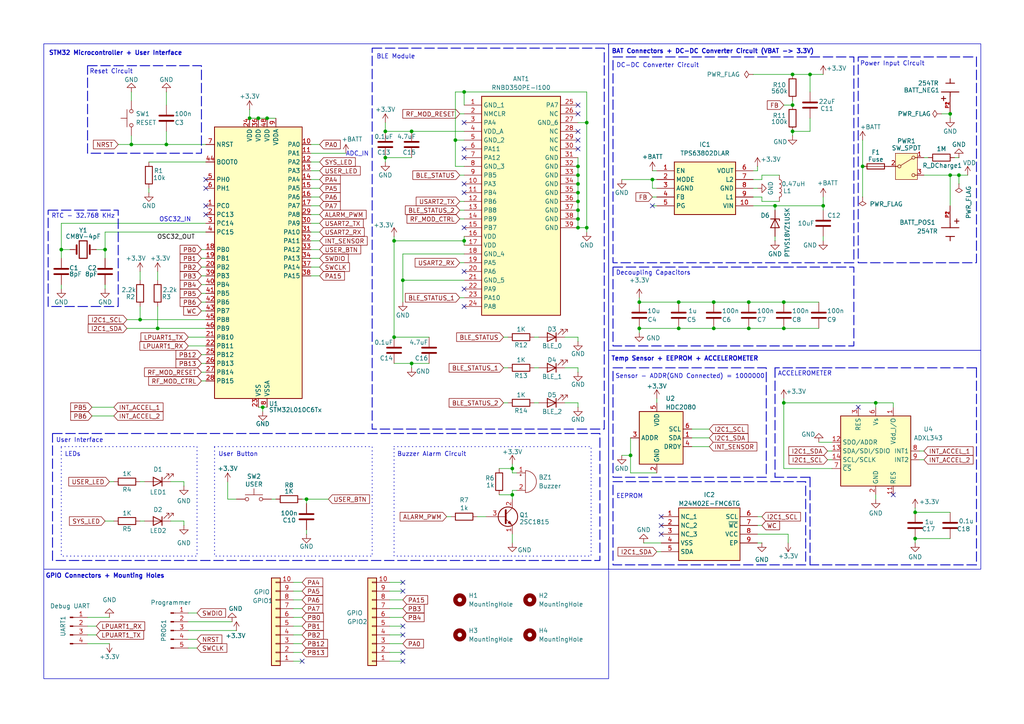
<source format=kicad_sch>
(kicad_sch (version 20231120) (generator "eeschema") (generator_version "8.0")
  (paper "A4")
  (title_block (title "BAT-MON_v1") (date "2025-02-28") (rev "v1"))
  (lib_symbols
    (symbol "Battery Holder 18650:254TR" (pin_names (offset 1.016))
      (property "Reference" "BT" (at -3.81 3.81 0))
      (property "Value" "254TR" (at -3.81 -5.08 0))
      (symbol "254TR_0_0"
        (pin passive line (at -7.62 0 0) (length 5.08) (name "~") (number "P1"))
        (pin passive line (at -7.62 0 0) (length 5.08) (name "~") (number "P2"))
      )
    )
    (symbol "Connector:Conn_01x04_Pin" (pin_names (offset 1.016) hide)
      (property "Reference" "J" (at 0 5.08 0))
      (property "Value" "Conn_01x04_Pin" (at 0 -7.62 0))
      (symbol "Conn_01x04_Pin_1_1"
        (pin passive line (at 5.08 2.54 180) (length 3.81) (name "Pin_1") (number "1"))
        (pin passive line (at 5.08 0 180) (length 3.81) (name "Pin_2") (number "2"))
        (pin passive line (at 5.08 -2.54 180) (length 3.81) (name "Pin_3") (number "3"))
        (pin passive line (at 5.08 -5.08 180) (length 3.81) (name "Pin_4") (number "4"))
      )
    )
    (symbol "Connector:Conn_01x05_Pin" (pin_names (offset 1.016) hide)
      (property "Reference" "J" (at 0 7.62 0))
      (property "Value" "Conn_01x05_Pin" (at 0 -7.62 0))
      (symbol "Conn_01x05_Pin_1_1"
        (pin passive line (at 5.08 5.08 180) (length 3.81) (name "Pin_1") (number "1"))
        (pin passive line (at 5.08 2.54 180) (length 3.81) (name "Pin_2") (number "2"))
        (pin passive line (at 5.08 0 180) (length 3.81) (name "Pin_3") (number "3"))
        (pin passive line (at 5.08 -2.54 180) (length 3.81) (name "Pin_4") (number "4"))
        (pin passive line (at 5.08 -5.08 180) (length 3.81) (name "Pin_5") (number "5"))
      )
    )
    (symbol "Connector_Generic:Conn_01x10" (pin_names (offset 1.016) hide)
      (property "Reference" "J" (at 0 12.7 0))
      (property "Value" "Conn_01x10" (at 0 -15.24 0))
      (symbol "Conn_01x10_1_1"
        (pin passive line (at -5.08 10.16 0) (length 3.81) (name "Pin_1") (number "1"))
        (pin passive line (at -5.08 -12.7 0) (length 3.81) (name "Pin_10") (number "10"))
        (pin passive line (at -5.08 7.62 0) (length 3.81) (name "Pin_2") (number "2"))
        (pin passive line (at -5.08 5.08 0) (length 3.81) (name "Pin_3") (number "3"))
        (pin passive line (at -5.08 2.54 0) (length 3.81) (name "Pin_4") (number "4"))
        (pin passive line (at -5.08 0 0) (length 3.81) (name "Pin_5") (number "5"))
        (pin passive line (at -5.08 -2.54 0) (length 3.81) (name "Pin_6") (number "6"))
        (pin passive line (at -5.08 -5.08 0) (length 3.81) (name "Pin_7") (number "7"))
        (pin passive line (at -5.08 -7.62 0) (length 3.81) (name "Pin_8") (number "8"))
        (pin passive line (at -5.08 -10.16 0) (length 3.81) (name "Pin_9") (number "9"))
      )
    )
    (symbol "DC-DC-TPS63802:TPS63802DLAR"
      (property "Reference" "IC" (at 24.13 7.62 0))
      (property "Value" "TPS63802DLAR" (at 24.13 5.08 0))
      (symbol "TPS63802DLAR_1_1"
        (pin passive line (at 0 0 0) (length 5.08) (name "EN") (number "1"))
        (pin passive line (at 27.94 -10.16 180) (length 5.08) (name "VIN") (number "10"))
        (pin passive line (at 0 -2.54 0) (length 5.08) (name "MODE") (number "2"))
        (pin passive line (at 0 -5.08 0) (length 5.08) (name "AGND") (number "3"))
        (pin passive line (at 0 -7.62 0) (length 5.08) (name "FB") (number "4"))
        (pin passive line (at 0 -10.16 0) (length 5.08) (name "PG") (number "5"))
        (pin passive line (at 27.94 0 180) (length 5.08) (name "VOUT") (number "6"))
        (pin passive line (at 27.94 -2.54 180) (length 5.08) (name "L2") (number "7"))
        (pin passive line (at 27.94 -5.08 180) (length 5.08) (name "GND") (number "8"))
        (pin passive line (at 27.94 -7.62 180) (length 5.08) (name "L1") (number "9"))
      )
    )
    (symbol "Device:Buzzer" (pin_names (offset 0.0254) hide)
      (property "Reference" "BZ" (at 3.81 1.27 0))
      (property "Value" "Buzzer" (at 3.81 -1.27 0))
      (symbol "Buzzer_1_1"
        (pin passive line (at -2.54 2.54 0) (length 2.54) (name "+") (number "1"))
        (pin passive line (at -2.54 -2.54 0) (length 2.54) (name "-") (number "2"))
      )
    )
    (symbol "Device:C" (pin_numbers hide) (pin_names (offset 0.254))
      (property "Reference" "C" (at 0.635 2.54 0))
      (property "Value" "C" (at 0.635 -2.54 0))
      (symbol "C_1_1"
        (pin passive line (at 0 3.81 270) (length 2.794) (name "~") (number "1"))
        (pin passive line (at 0 -3.81 90) (length 2.794) (name "~") (number "2"))
      )
    )
    (symbol "Device:Crystal" (pin_numbers hide) (pin_names (offset 1.016) hide)
      (property "Reference" "Y" (at 0 3.81 0))
      (property "Value" "Crystal" (at 0 -3.81 0))
      (symbol "Crystal_1_1"
        (pin passive line (at -3.81 0 0) (length 1.27) (name "1") (number "1"))
        (pin passive line (at 3.81 0 180) (length 1.27) (name "2") (number "2"))
      )
    )
    (symbol "Device:Fuse" (pin_numbers hide) (pin_names (offset 0))
      (property "Reference" "F" (at 2.032 0 90))
      (property "Value" "Fuse" (at -1.905 0 90))
      (symbol "Fuse_1_1"
        (pin passive line (at 0 3.81 270) (length 1.27) (name "~") (number "1"))
        (pin passive line (at 0 -3.81 90) (length 1.27) (name "~") (number "2"))
      )
    )
    (symbol "Device:L" (pin_numbers hide) (pin_names (offset 1.016) hide)
      (property "Reference" "L" (at -1.27 0 90))
      (property "Value" "L" (at 1.905 0 90))
      (symbol "L_1_1"
        (pin passive line (at 0 3.81 270) (length 1.27) (name "1") (number "1"))
        (pin passive line (at 0 -3.81 90) (length 1.27) (name "2") (number "2"))
      )
    )
    (symbol "Device:LED" (pin_numbers hide) (pin_names (offset 1.016) hide)
      (property "Reference" "D" (at 0 2.54 0))
      (property "Value" "LED" (at 0 -2.54 0))
      (symbol "LED_1_1"
        (pin passive line (at -3.81 0 0) (length 2.54) (name "K") (number "1"))
        (pin passive line (at 3.81 0 180) (length 2.54) (name "A") (number "2"))
      )
    )
    (symbol "Device:R" (pin_numbers hide) (pin_names (offset 0))
      (property "Reference" "R" (at 2.032 0 90))
      (property "Value" "R" (at 0 0 90))
      (symbol "R_1_1"
        (pin passive line (at 0 3.81 270) (length 1.27) (name "~") (number "1"))
        (pin passive line (at 0 -3.81 90) (length 1.27) (name "~") (number "2"))
      )
    )
    (symbol "Diode:PTVS18VZ1USK" (pin_numbers hide) (pin_names hide)
      (property "Reference" "D" (at 0 2.54 0))
      (property "Value" "PTVS18VZ1USK" (at 0 -2.54 0))
      (symbol "PTVS18VZ1USK_1_1"
        (pin passive line (at -3.81 0 0) (length 2.54) (name "K") (number "1"))
        (pin passive line (at 3.81 0 180) (length 2.54) (name "A") (number "2"))
      )
    )
    (symbol "EEPROM_M24M02E:M24M02E-FMC6TG"
      (property "Reference" "IC" (at 24.13 7.62 0))
      (property "Value" "M24M02E-FMC6TG" (at 24.13 5.08 0))
      (symbol "M24M02E-FMC6TG_1_1"
        (pin passive line (at 0 0 0) (length 5.08) (name "NC_1") (number "1"))
        (pin passive line (at 0 -2.54 0) (length 5.08) (name "NC_2") (number "2"))
        (pin passive line (at 0 -5.08 0) (length 5.08) (name "NC_3") (number "3"))
        (pin passive line (at 0 -7.62 0) (length 5.08) (name "VSS") (number "4"))
        (pin passive line (at 0 -10.16 0) (length 5.08) (name "SDA") (number "5"))
        (pin passive line (at 27.94 0 180) (length 5.08) (name "SCL") (number "6"))
        (pin passive line (at 27.94 -2.54 180) (length 5.08) (name "~{WC}") (number "7"))
        (pin passive line (at 27.94 -5.08 180) (length 5.08) (name "VCC") (number "8"))
        (pin passive line (at 27.94 -7.62 180) (length 5.08) (name "EP") (number "9"))
      )
    )
    (symbol "MCU_ST_STM32L0:STM32L010C6Tx"
      (property "Reference" "U" (at -12.7 41.91 0))
      (property "Value" "STM32L010C6Tx" (at 7.62 41.91 0))
      (symbol "STM32L010C6Tx_1_1"
        (pin bidirectional line (at -15.24 17.78 0) (length 2.54) (name "PC0") (number "1"))
        (pin bidirectional line (at 15.24 35.56 180) (length 2.54) (name "PA0") (number "10"))
        (pin bidirectional line (at 15.24 33.02 180) (length 2.54) (name "PA1") (number "11"))
        (pin bidirectional line (at 15.24 30.48 180) (length 2.54) (name "PA2") (number "12"))
        (pin bidirectional line (at 15.24 27.94 180) (length 2.54) (name "PA3") (number "13"))
        (pin bidirectional line (at 15.24 25.4 180) (length 2.54) (name "PA4") (number "14"))
        (pin bidirectional line (at 15.24 22.86 180) (length 2.54) (name "PA5") (number "15"))
        (pin bidirectional line (at 15.24 20.32 180) (length 2.54) (name "PA6") (number "16"))
        (pin bidirectional line (at 15.24 17.78 180) (length 2.54) (name "PA7") (number "17"))
        (pin bidirectional line (at -15.24 5.08 0) (length 2.54) (name "PB0") (number "18"))
        (pin bidirectional line (at -15.24 2.54 0) (length 2.54) (name "PB1") (number "19"))
        (pin bidirectional line (at -15.24 15.24 0) (length 2.54) (name "PC13") (number "2"))
        (pin bidirectional line (at -15.24 0 0) (length 2.54) (name "PB2") (number "20"))
        (pin bidirectional line (at -15.24 -20.32 0) (length 2.54) (name "PB10") (number "21"))
        (pin bidirectional line (at -15.24 -22.86 0) (length 2.54) (name "PB11") (number "22"))
        (pin power_in line (at 0 -40.64 90) (length 2.54) (name "VSS") (number "23"))
        (pin power_in line (at -2.54 43.18 270) (length 2.54) (name "VDD") (number "24"))
        (pin bidirectional line (at -15.24 -25.4 0) (length 2.54) (name "PB12") (number "25"))
        (pin bidirectional line (at -15.24 -27.94 0) (length 2.54) (name "PB13") (number "26"))
        (pin bidirectional line (at -15.24 -30.48 0) (length 2.54) (name "PB14") (number "27"))
        (pin bidirectional line (at -15.24 -33.02 0) (length 2.54) (name "PB15") (number "28"))
        (pin bidirectional line (at 15.24 15.24 180) (length 2.54) (name "PA8") (number "29"))
        (pin bidirectional line (at -15.24 12.7 0) (length 2.54) (name "PC14") (number "3"))
        (pin bidirectional line (at 15.24 12.7 180) (length 2.54) (name "PA9") (number "30"))
        (pin bidirectional line (at 15.24 10.16 180) (length 2.54) (name "PA10") (number "31"))
        (pin bidirectional line (at 15.24 7.62 180) (length 2.54) (name "PA11") (number "32"))
        (pin bidirectional line (at 15.24 5.08 180) (length 2.54) (name "PA12") (number "33"))
        (pin bidirectional line (at 15.24 2.54 180) (length 2.54) (name "PA13") (number "34"))
        (pin passive line (at 0 -40.64 90) (length 2.54) hide (name "VSS") (number "35"))
        (pin power_in line (at 0 43.18 270) (length 2.54) (name "VDD") (number "36"))
        (pin bidirectional line (at 15.24 0 180) (length 2.54) (name "PA14") (number "37"))
        (pin bidirectional line (at 15.24 -2.54 180) (length 2.54) (name "PA15") (number "38"))
        (pin bidirectional line (at -15.24 -2.54 0) (length 2.54) (name "PB3") (number "39"))
        (pin bidirectional line (at -15.24 10.16 0) (length 2.54) (name "PC15") (number "4"))
        (pin bidirectional line (at -15.24 -5.08 0) (length 2.54) (name "PB4") (number "40"))
        (pin bidirectional line (at -15.24 -7.62 0) (length 2.54) (name "PB5") (number "41"))
        (pin bidirectional line (at -15.24 -10.16 0) (length 2.54) (name "PB6") (number "42"))
        (pin bidirectional line (at -15.24 -12.7 0) (length 2.54) (name "PB7") (number "43"))
        (pin input line (at -15.24 30.48 0) (length 2.54) (name "BOOT0") (number "44"))
        (pin bidirectional line (at -15.24 -15.24 0) (length 2.54) (name "PB8") (number "45"))
        (pin bidirectional line (at -15.24 -17.78 0) (length 2.54) (name "PB9") (number "46"))
        (pin passive line (at 0 -40.64 90) (length 2.54) hide (name "VSS") (number "47"))
        (pin power_in line (at 2.54 43.18 270) (length 2.54) (name "VDD") (number "48"))
        (pin bidirectional line (at -15.24 25.4 0) (length 2.54) (name "PH0") (number "5"))
        (pin bidirectional line (at -15.24 22.86 0) (length 2.54) (name "PH1") (number "6"))
        (pin input line (at -15.24 35.56 0) (length 2.54) (name "NRST") (number "7"))
        (pin power_in line (at 2.54 -40.64 90) (length 2.54) (name "VSSA") (number "8"))
        (pin power_in line (at 5.08 43.18 270) (length 2.54) (name "VDDA") (number "9"))
      )
    )
    (symbol "Mechanical:MountingHole" (pin_names (offset 1.016)) (exclude_from_sim yes) (in_bom no)
      (property "Reference" "H" (at 0 5.08 0))
      (property "Value" "MountingHole" (at 0 3.175 0))
    )
    (symbol "RNBD451PE-I100:RNBD350PE-I100"
      (property "Reference" "ANT" (at 7.874 7.366 0))
      (property "Value" "RNBD350PE-I100" (at 7.874 4.826 0))
      (symbol "RNBD350PE-I100_1_1"
        (pin passive line (at 0 0 0) (length 5.08) (name "GND_1") (number "1"))
        (pin passive line (at 0 -22.86 0) (length 5.08) (name "PA3") (number "10"))
        (pin passive line (at 0 -25.4 0) (length 5.08) (name "PB4") (number "11"))
        (pin passive line (at 0 -27.94 0) (length 5.08) (name "PB6") (number "12"))
        (pin passive line (at 0 -30.48 0) (length 5.08) (name "PB8") (number "13"))
        (pin passive line (at 0 -33.02 0) (length 5.08) (name "PB9") (number "14"))
        (pin passive line (at 0 -35.56 0) (length 5.08) (name "PB7") (number "15"))
        (pin passive line (at 0 -38.1 0) (length 5.08) (name "VDD") (number "16"))
        (pin passive line (at 0 -40.64 0) (length 5.08) (name "VDD") (number "17"))
        (pin passive line (at 0 -43.18 0) (length 5.08) (name "GND_4") (number "18"))
        (pin passive line (at 0 -45.72 0) (length 5.08) (name "PA5") (number "19"))
        (pin passive line (at 0 -2.54 0) (length 5.08) (name "NMCLR") (number "2"))
        (pin passive line (at 0 -48.26 0) (length 5.08) (name "PA6") (number "20"))
        (pin passive line (at 0 -50.8 0) (length 5.08) (name "GND_5") (number "21"))
        (pin passive line (at 0 -53.34 0) (length 5.08) (name "PA9") (number "22"))
        (pin passive line (at 0 -55.88 0) (length 5.08) (name "PA10") (number "23"))
        (pin passive line (at 0 -58.42 0) (length 5.08) (name "PA8") (number "24"))
        (pin passive line (at 33.02 0 180) (length 5.08) (name "PA7") (number "25"))
        (pin passive line (at 33.02 -2.54 180) (length 5.08) (name "NC") (number "26"))
        (pin passive line (at 33.02 -5.08 180) (length 5.08) (name "GND_6") (number "27"))
        (pin passive line (at 33.02 -7.62 180) (length 5.08) (name "NC") (number "28"))
        (pin passive line (at 33.02 -10.16 180) (length 5.08) (name "NC") (number "29"))
        (pin passive line (at 0 -5.08 0) (length 5.08) (name "PA4") (number "3"))
        (pin passive line (at 33.02 -12.7 180) (length 5.08) (name "NC") (number "30"))
        (pin passive line (at 33.02 -15.24 180) (length 5.08) (name "GND") (number "31"))
        (pin passive line (at 33.02 -17.78 180) (length 5.08) (name "GND") (number "32"))
        (pin passive line (at 33.02 -20.32 180) (length 5.08) (name "GND") (number "33"))
        (pin passive line (at 33.02 -22.86 180) (length 5.08) (name "GND") (number "34"))
        (pin passive line (at 33.02 -25.4 180) (length 5.08) (name "GND") (number "35"))
        (pin passive line (at 33.02 -27.94 180) (length 5.08) (name "GND") (number "36"))
        (pin passive line (at 33.02 -30.48 180) (length 5.08) (name "GND") (number "37"))
        (pin passive line (at 33.02 -33.02 180) (length 5.08) (name "GND") (number "38"))
        (pin passive line (at 33.02 -35.56 180) (length 5.08) (name "GND") (number "39"))
        (pin passive line (at 0 -7.62 0) (length 5.08) (name "VDD_A") (number "4"))
        (pin passive line (at 0 -10.16 0) (length 5.08) (name "GND_2") (number "5"))
        (pin passive line (at 0 -12.7 0) (length 5.08) (name "PA11") (number "6"))
        (pin passive line (at 0 -15.24 0) (length 5.08) (name "PA12") (number "7"))
        (pin passive line (at 0 -17.78 0) (length 5.08) (name "GND_3") (number "8"))
        (pin passive line (at 0 -20.32 0) (length 5.08) (name "PB5") (number "9"))
      )
    )
    (symbol "Sensor_Humidity:HDC2080"
      (property "Reference" "U" (at -6.35 8.89 0))
      (property "Value" "HDC2080" (at 2.54 8.89 0))
      (symbol "HDC2080_1_1"
        (pin bidirectional line (at 7.62 0 180) (length 2.54) (name "SDA") (number "1"))
        (pin power_in line (at -2.54 -10.16 90) (length 2.54) (name "GND") (number "2"))
        (pin input line (at -10.16 0 0) (length 2.54) (name "ADDR") (number "3"))
        (pin output line (at 7.62 -2.54 180) (length 2.54) (name "DRDY") (number "4"))
        (pin power_in line (at -2.54 10.16 270) (length 2.54) (name "VDD") (number "5"))
        (pin input line (at 7.62 2.54 180) (length 2.54) (name "SCL") (number "6"))
        (pin no_connect line (at -7.62 -2.54 0) (length 2.54) hide (name "EP") (number "7"))
      )
    )
    (symbol "Sensor_Motion:ADXL343"
      (property "Reference" "U" (at -8.89 11.43 0))
      (property "Value" "ADXL343" (at -7.62 -11.43 0))
      (symbol "ADXL343_1_1"
        (pin power_in line (at 5.08 12.7 270) (length 2.54) (name "Vdd_I/O") (number "1"))
        (pin no_connect line (at -5.08 -10.16 90) (length 2.54) hide (name "NC") (number "10"))
        (pin passive line (at 5.08 -12.7 90) (length 2.54) (name "RES") (number "11"))
        (pin bidirectional line (at -12.7 2.54 0) (length 2.54) (name "SDO/ADDR") (number "12"))
        (pin bidirectional line (at -12.7 0 0) (length 2.54) (name "SDA/SDI/SDIO") (number "13"))
        (pin input line (at -12.7 -2.54 0) (length 2.54) (name "SCL/SCLK") (number "14"))
        (pin power_in line (at 0 -12.7 90) (length 2.54) (name "GND") (number "2"))
        (pin passive line (at -5.08 12.7 270) (length 2.54) (name "RES") (number "3"))
        (pin passive line (at 0 -12.7 90) (length 2.54) hide (name "GND") (number "4"))
        (pin passive line (at 0 -12.7 90) (length 2.54) hide (name "GND") (number "5"))
        (pin power_in line (at 0 12.7 270) (length 2.54) (name "Vs") (number "6"))
        (pin input line (at -12.7 -5.08 0) (length 2.54) (name "~{CS}") (number "7"))
        (pin output line (at 12.7 0 180) (length 2.54) (name "INT1") (number "8"))
        (pin output line (at 12.7 -2.54 180) (length 2.54) (name "INT2") (number "9"))
      )
    )
    (symbol "Switch:SW_Push" (pin_numbers hide) (pin_names (offset 1.016) hide)
      (property "Reference" "SW" (at 1.27 2.54 0))
      (property "Value" "SW_Push" (at 0 -1.524 0))
      (symbol "SW_Push_0_1"
        (pin passive line (at -5.08 0 0) (length 2.54) (name "1") (number "1"))
        (pin passive line (at 5.08 0 180) (length 2.54) (name "2") (number "2"))
      )
    )
    (symbol "Switch:SW_SPDT" (pin_names (offset 0) hide)
      (property "Reference" "SW" (at 0 5.08 0))
      (property "Value" "SW_SPDT" (at 0 -5.08 0))
      (symbol "SW_SPDT_1_1"
        (pin passive line (at 5.08 2.54 180) (length 2.54) (name "A") (number "1"))
        (pin passive line (at -5.08 0 0) (length 2.54) (name "B") (number "2"))
        (pin passive line (at 5.08 -2.54 180) (length 2.54) (name "C") (number "3"))
      )
    )
    (symbol "Transistor_BJT:2SC1815" (pin_names (offset 0) hide)
      (property "Reference" "Q" (at 5.08 1.905 0))
      (property "Value" "2SC1815" (at 5.08 0 0))
      (symbol "2SC1815_1_1"
        (pin passive line (at 2.54 -5.08 90) (length 2.54) (name "E") (number "1"))
        (pin passive line (at 2.54 5.08 270) (length 2.54) (name "C") (number "2"))
        (pin input line (at -5.08 0 0) (length 5.08) (name "B") (number "3"))
      )
    )
    (symbol "power:+3.3V" (power) (pin_numbers hide) (pin_names (offset 0) hide)
      (property "Value" "+3.3V" (at 0 3.556 0))
      (symbol "+3.3V_1_1"
        (pin power_in line (at 0 0 90) (length 0) (name "~") (number "1"))
      )
    )
    (symbol "power:+BATT" (power) (pin_numbers hide) (pin_names (offset 0) hide)
      (property "Value" "+BATT" (at 0 3.556 0))
      (symbol "+BATT_1_1"
        (pin power_in line (at 0 0 90) (length 0) (name "~") (number "1"))
      )
    )
    (symbol "power:GND" (power) (pin_numbers hide) (pin_names (offset 0) hide)
      (property "Value" "GND" (at 0 -3.81 0))
      (symbol "GND_1_1"
        (pin power_in line (at 0 0 270) (length 0) (name "~") (number "1"))
      )
    )
    (symbol "power:PWR_FLAG" (power) (pin_numbers hide) (pin_names (offset 0) hide)
      (property "Value" "PWR_FLAG" (at 0 3.81 0))
      (symbol "PWR_FLAG_0_0"
        (pin power_out line (at 0 0 90) (length 0) (name "~") (number "1"))
      )
    )
    (symbol "power:VDD" (power) (pin_numbers hide) (pin_names (offset 0) hide)
      (property "Value" "VDD" (at 0 3.556 0))
      (symbol "VDD_1_1"
        (pin power_in line (at 0 0 90) (length 0) (name "~") (number "1"))
      )
    )
  )
  (junction (at 170.18 35.56))
  (junction (at 275.59 50.8))
  (junction (at 119.38 38.1))
  (junction (at 74.93 34.29))
  (junction (at 196.85 87.63))
  (junction (at 227.33 87.63))
  (junction (at 170.18 66.04))
  (junction (at 167.64 53.34))
  (junction (at 224.79 59.69))
  (junction (at 48.26 41.91))
  (junction (at 167.64 58.42))
  (junction (at 30.48 72.39))
  (junction (at 17.78 72.39))
  (junction (at 196.85 95.25))
  (junction (at 114.3 69.85))
  (junction (at 167.64 48.26))
  (junction (at 76.2 118.11))
  (junction (at 254 116.84))
  (junction (at 167.64 66.04))
  (junction (at 185.42 87.63))
  (junction (at 134.62 26.67))
  (junction (at 185.42 95.25))
  (junction (at 182.88 132.08))
  (junction (at 227.33 95.25))
  (junction (at 229.87 30.48))
  (junction (at 229.87 38.1))
  (junction (at 88.9 144.78))
  (junction (at 227.33 116.84))
  (junction (at 275.59 33.02))
  (junction (at 238.76 59.69))
  (junction (at 217.17 95.25))
  (junction (at 189.23 52.07))
  (junction (at 250.19 48.26))
  (junction (at 72.39 34.29))
  (junction (at 134.62 69.85))
  (junction (at 132.08 40.64))
  (junction (at 119.38 105.41))
  (junction (at 278.13 50.8))
  (junction (at 40.64 92.71))
  (junction (at 167.64 50.8))
  (junction (at 265.43 156.21))
  (junction (at 207.01 95.25))
  (junction (at 111.76 45.72))
  (junction (at 217.17 87.63))
  (junction (at 234.95 21.59))
  (junction (at 148.59 135.89))
  (junction (at 167.64 55.88))
  (junction (at 45.72 95.25))
  (junction (at 229.87 21.59))
  (junction (at 265.43 148.59))
  (junction (at 77.47 34.29))
  (junction (at 116.84 81.28))
  (junction (at 38.1 41.91))
  (junction (at 167.64 63.5))
  (junction (at 207.01 87.63))
  (junction (at 148.59 143.51))
  (junction (at 114.3 97.79))
  (junction (at 167.64 60.96))
  (junction (at 111.76 38.1))
  (no_connect (at 134.62 35.56))
  (no_connect (at 167.64 38.1))
  (no_connect (at 59.69 52.07))
  (no_connect (at 134.62 78.74))
  (no_connect (at 87.63 191.77))
  (no_connect (at 134.62 66.04))
  (no_connect (at 59.69 59.69))
  (no_connect (at 167.64 43.18))
  (no_connect (at 134.62 43.18))
  (no_connect (at 116.84 191.77))
  (no_connect (at 134.62 55.88))
  (no_connect (at 116.84 171.45))
  (no_connect (at 116.84 181.61))
  (no_connect (at 134.62 45.72))
  (no_connect (at 259.08 143.51))
  (no_connect (at 167.64 30.48))
  (no_connect (at 134.62 88.9))
  (no_connect (at 189.23 59.69))
  (no_connect (at 59.69 54.61))
  (no_connect (at 116.84 168.91))
  (no_connect (at 248.92 118.11))
  (no_connect (at 191.77 154.94))
  (no_connect (at 59.69 62.23))
  (no_connect (at 134.62 53.34))
  (no_connect (at 116.84 184.15))
  (no_connect (at 134.62 83.82))
  (no_connect (at 116.84 189.23))
  (no_connect (at 167.64 33.02))
  (no_connect (at 167.64 40.64))
  (no_connect (at 191.77 152.4))
  (no_connect (at 191.77 149.86))
  (wire (pts (xy 196.85 95.25) (xy 207.01 95.25)))
  (wire (pts (xy 138.43 149.86) (xy 140.97 149.86)))
  (wire (pts (xy 134.62 76.2) (xy 133.35 76.2)))
  (wire (pts (xy 124.46 105.41) (xy 119.38 105.41)))
  (wire (pts (xy 227.33 115.57) (xy 227.33 116.84)))
  (wire (pts (xy 132.08 48.26) (xy 132.08 40.64)))
  (wire (pts (xy 220.98 157.48) (xy 219.71 157.48)))
  (wire (pts (xy 92.71 67.31) (xy 90.17 67.31)))
  (wire (pts (xy 218.44 52.07) (xy 220.98 52.07)))
  (wire (pts (xy 278.13 50.8) (xy 275.59 50.8)))
  (wire (pts (xy 219.71 48.26) (xy 219.71 49.53)))
  (wire (pts (xy 40.64 78.74) (xy 40.64 81.28)))
  (wire (pts (xy 114.3 69.85) (xy 114.3 97.79)))
  (wire (pts (xy 220.98 52.07) (xy 220.98 50.8)))
  (wire (pts (xy 190.5 160.02) (xy 191.77 160.02)))
  (wire (pts (xy 189.23 52.07) (xy 190.5 52.07)))
  (wire (pts (xy 119.38 38.1) (xy 134.62 38.1)))
  (wire (pts (xy 205.74 124.46) (xy 200.66 124.46)))
  (wire (pts (xy 114.3 69.85) (xy 134.62 69.85)))
  (wire (pts (xy 267.97 133.35) (xy 266.7 133.35)))
  (wire (pts (xy 27.94 181.61) (xy 25.4 181.61)))
  (wire (pts (xy 189.23 49.53) (xy 190.5 49.53)))
  (wire (pts (xy 275.59 50.8) (xy 267.97 50.8)))
  (wire (pts (xy 36.83 92.71) (xy 40.64 92.71)))
  (wire (pts (xy 133.35 50.8) (xy 134.62 50.8)))
  (polyline (pts (xy 224.79 106.68) (xy 224.79 138.43)) (stroke (width 0.254) (type dash)))
  (wire (pts (xy 58.42 82.55) (xy 59.69 82.55)))
  (wire (pts (xy 132.08 26.67) (xy 134.62 26.67)))
  (wire (pts (xy 53.34 151.13) (xy 49.53 151.13)))
  (wire (pts (xy 76.2 118.11) (xy 77.47 118.11)))
  (wire (pts (xy 38.1 41.91) (xy 48.26 41.91)))
  (wire (pts (xy 43.18 55.88) (xy 43.18 54.61)))
  (wire (pts (xy 234.95 34.29) (xy 234.95 38.1)))
  (wire (pts (xy 185.42 87.63) (xy 196.85 87.63)))
  (wire (pts (xy 116.84 173.99) (xy 113.03 173.99)))
  (wire (pts (xy 31.75 179.07) (xy 25.4 179.07)))
  (wire (pts (xy 45.72 88.9) (xy 45.72 95.25)))
  (wire (pts (xy 30.48 83.82) (xy 30.48 82.55)))
  (wire (pts (xy 134.62 40.64) (xy 132.08 40.64)))
  (wire (pts (xy 133.35 58.42) (xy 134.62 58.42)))
  (polyline (pts (xy 283.21 163.83) (xy 234.95 163.83)) (stroke (width 0.254) (type dash)))
  (wire (pts (xy 58.42 72.39) (xy 59.69 72.39)))
  (wire (pts (xy 129.54 149.86) (xy 130.81 149.86)))
  (wire (pts (xy 53.34 152.4) (xy 53.34 151.13)))
  (wire (pts (xy 218.44 57.15) (xy 220.98 57.15)))
  (wire (pts (xy 149.86 137.16) (xy 148.59 137.16)))
  (wire (pts (xy 278.13 53.34) (xy 278.13 50.8)))
  (wire (pts (xy 217.17 87.63) (xy 227.33 87.63)))
  (wire (pts (xy 149.86 142.24) (xy 148.59 142.24)))
  (wire (pts (xy 45.72 78.74) (xy 45.72 81.28)))
  (polyline (pts (xy 283.21 106.68) (xy 224.79 106.68)) (stroke (width 0.254) (type dash)))
  (wire (pts (xy 92.71 41.91) (xy 90.17 41.91)))
  (wire (pts (xy 229.87 38.1) (xy 229.87 39.37)))
  (wire (pts (xy 36.83 95.25) (xy 45.72 95.25)))
  (wire (pts (xy 134.62 68.58) (xy 134.62 69.85)))
  (wire (pts (xy 38.1 39.37) (xy 38.1 41.91)))
  (wire (pts (xy 58.42 105.41) (xy 59.69 105.41)))
  (wire (pts (xy 144.78 143.51) (xy 148.59 143.51)))
  (wire (pts (xy 148.59 144.78) (xy 148.59 143.51)))
  (wire (pts (xy 92.71 57.15) (xy 90.17 57.15)))
  (wire (pts (xy 48.26 38.1) (xy 48.26 41.91)))
  (wire (pts (xy 59.69 67.31) (xy 30.48 67.31)))
  (wire (pts (xy 167.64 53.34) (xy 167.64 55.88)))
  (wire (pts (xy 146.05 106.68) (xy 147.32 106.68)))
  (wire (pts (xy 196.85 87.63) (xy 207.01 87.63)))
  (wire (pts (xy 17.78 83.82) (xy 17.78 82.55)))
  (wire (pts (xy 278.13 45.72) (xy 276.86 45.72)))
  (wire (pts (xy 227.33 116.84) (xy 227.33 135.89)))
  (wire (pts (xy 92.71 64.77) (xy 90.17 64.77)))
  (wire (pts (xy 133.35 60.96) (xy 134.62 60.96)))
  (wire (pts (xy 87.63 189.23) (xy 85.09 189.23)))
  (wire (pts (xy 275.59 34.29) (xy 275.59 33.02)))
  (wire (pts (xy 67.31 180.34) (xy 54.61 180.34)))
  (wire (pts (xy 167.64 50.8) (xy 167.64 53.34)))
  (wire (pts (xy 234.95 26.67) (xy 234.95 21.59)))
  (wire (pts (xy 238.76 21.59) (xy 234.95 21.59)))
  (wire (pts (xy 43.18 46.99) (xy 59.69 46.99)))
  (wire (pts (xy 111.76 38.1) (xy 119.38 38.1)))
  (wire (pts (xy 267.97 130.81) (xy 266.7 130.81)))
  (wire (pts (xy 95.25 144.78) (xy 88.9 144.78)))
  (wire (pts (xy 265.43 147.32) (xy 265.43 148.59)))
  (wire (pts (xy 88.9 144.78) (xy 87.63 144.78)))
  (wire (pts (xy 58.42 107.95) (xy 59.69 107.95)))
  (wire (pts (xy 133.35 86.36) (xy 134.62 86.36)))
  (wire (pts (xy 133.35 33.02) (xy 134.62 33.02)))
  (wire (pts (xy 92.71 62.23) (xy 90.17 62.23)))
  (wire (pts (xy 134.62 69.85) (xy 134.62 71.12)))
  (wire (pts (xy 116.84 186.69) (xy 113.03 186.69)))
  (wire (pts (xy 92.71 49.53) (xy 90.17 49.53)))
  (wire (pts (xy 170.18 35.56) (xy 170.18 66.04)))
  (wire (pts (xy 224.79 60.96) (xy 224.79 59.69)))
  (wire (pts (xy 167.64 63.5) (xy 167.64 66.04)))
  (wire (pts (xy 229.87 21.59) (xy 234.95 21.59)))
  (wire (pts (xy 167.64 60.96) (xy 167.64 63.5)))
  (wire (pts (xy 154.94 116.84) (xy 156.21 116.84)))
  (wire (pts (xy 17.78 64.77) (xy 17.78 72.39)))
  (wire (pts (xy 240.03 133.35) (xy 241.3 133.35)))
  (wire (pts (xy 58.42 110.49) (xy 59.69 110.49)))
  (wire (pts (xy 154.94 97.79) (xy 156.21 97.79)))
  (wire (pts (xy 229.87 30.48) (xy 229.87 29.21)))
  (wire (pts (xy 167.64 97.79) (xy 163.83 97.79)))
  (wire (pts (xy 111.76 46.99) (xy 111.76 45.72)))
  (wire (pts (xy 227.33 87.63) (xy 237.49 87.63)))
  (wire (pts (xy 116.84 179.07) (xy 113.03 179.07)))
  (wire (pts (xy 58.42 74.93) (xy 59.69 74.93)))
  (wire (pts (xy 224.79 59.69) (xy 238.76 59.69)))
  (wire (pts (xy 228.6 157.48) (xy 228.6 154.94)))
  (wire (pts (xy 132.08 40.64) (xy 132.08 26.67)))
  (wire (pts (xy 218.44 59.69) (xy 224.79 59.69)))
  (wire (pts (xy 57.15 187.96) (xy 54.61 187.96)))
  (wire (pts (xy 220.98 149.86) (xy 219.71 149.86)))
  (wire (pts (xy 38.1 26.67) (xy 38.1 29.21)))
  (wire (pts (xy 167.64 116.84) (xy 163.83 116.84)))
  (wire (pts (xy 265.43 156.21) (xy 275.59 156.21)))
  (wire (pts (xy 185.42 96.52) (xy 185.42 95.25)))
  (wire (pts (xy 74.93 118.11) (xy 76.2 118.11)))
  (wire (pts (xy 30.48 67.31) (xy 30.48 72.39)))
  (wire (pts (xy 185.42 86.36) (xy 185.42 87.63)))
  (wire (pts (xy 116.84 184.15) (xy 113.03 184.15)))
  (wire (pts (xy 53.34 140.97) (xy 53.34 139.7)))
  (wire (pts (xy 207.01 95.25) (xy 217.17 95.25)))
  (wire (pts (xy 224.79 69.85) (xy 224.79 68.58)))
  (wire (pts (xy 220.98 50.8) (xy 226.06 50.8)))
  (polyline (pts (xy 234.95 138.43) (xy 234.95 163.83)) (stroke (width 0.254) (type dash)))
  (wire (pts (xy 111.76 35.56) (xy 111.76 38.1)))
  (wire (pts (xy 87.63 191.77) (xy 85.09 191.77)))
  (wire (pts (xy 90.17 44.45) (xy 100.33 44.45)))
  (wire (pts (xy 114.3 105.41) (xy 119.38 105.41)))
  (wire (pts (xy 182.88 127) (xy 182.88 132.08)))
  (wire (pts (xy 186.69 157.48) (xy 191.77 157.48)))
  (wire (pts (xy 92.71 77.47) (xy 90.17 77.47)))
  (wire (pts (xy 148.59 137.16) (xy 148.59 135.89)))
  (wire (pts (xy 227.33 116.84) (xy 254 116.84)))
  (wire (pts (xy 217.17 95.25) (xy 227.33 95.25)))
  (wire (pts (xy 167.64 66.04) (xy 170.18 66.04)))
  (wire (pts (xy 185.42 95.25) (xy 196.85 95.25)))
  (wire (pts (xy 116.84 73.66) (xy 116.84 81.28)))
  (wire (pts (xy 20.32 72.39) (xy 17.78 72.39)))
  (wire (pts (xy 92.71 74.93) (xy 90.17 74.93)))
  (wire (pts (xy 92.71 52.07) (xy 90.17 52.07)))
  (wire (pts (xy 238.76 60.96) (xy 238.76 59.69)))
  (wire (pts (xy 148.59 142.24) (xy 148.59 143.51)))
  (wire (pts (xy 40.64 88.9) (xy 40.64 92.71)))
  (wire (pts (xy 238.76 69.85) (xy 238.76 68.58)))
  (wire (pts (xy 88.9 146.05) (xy 88.9 144.78)))
  (wire (pts (xy 114.3 97.79) (xy 124.46 97.79)))
  (wire (pts (xy 227.33 135.89) (xy 241.3 135.89)))
  (wire (pts (xy 77.47 34.29) (xy 80.01 34.29)))
  (wire (pts (xy 74.93 34.29) (xy 77.47 34.29)))
  (wire (pts (xy 238.76 57.15) (xy 238.76 59.69)))
  (wire (pts (xy 189.23 59.69) (xy 190.5 59.69)))
  (wire (pts (xy 148.59 134.62) (xy 148.59 135.89)))
  (wire (pts (xy 31.75 139.7) (xy 33.02 139.7)))
  (wire (pts (xy 87.63 186.69) (xy 85.09 186.69)))
  (wire (pts (xy 259.08 118.11) (xy 259.08 116.84)))
  (wire (pts (xy 68.58 182.88) (xy 54.61 182.88)))
  (wire (pts (xy 220.98 58.42) (xy 220.98 57.15)))
  (wire (pts (xy 33.02 120.65) (xy 26.67 120.65)))
  (wire (pts (xy 189.23 57.15) (xy 190.5 57.15)))
  (wire (pts (xy 167.64 118.11) (xy 167.64 116.84)))
  (wire (pts (xy 226.06 58.42) (xy 220.98 58.42)))
  (wire (pts (xy 227.33 95.25) (xy 237.49 95.25)))
  (wire (pts (xy 254 116.84) (xy 254 118.11)))
  (wire (pts (xy 148.59 157.48) (xy 148.59 154.94)))
  (wire (pts (xy 134.62 48.26) (xy 132.08 48.26)))
  (wire (pts (xy 116.84 189.23) (xy 113.03 189.23)))
  (wire (pts (xy 144.78 135.89) (xy 148.59 135.89)))
  (wire (pts (xy 76.2 118.11) (xy 76.2 119.38)))
  (wire (pts (xy 30.48 151.13) (xy 33.02 151.13)))
  (wire (pts (xy 48.26 41.91) (xy 59.69 41.91)))
  (wire (pts (xy 265.43 148.59) (xy 275.59 148.59)))
  (wire (pts (xy 53.34 139.7) (xy 49.53 139.7)))
  (wire (pts (xy 58.42 80.01) (xy 59.69 80.01)))
  (wire (pts (xy 87.63 171.45) (xy 85.09 171.45)))
  (wire (pts (xy 254 144.78) (xy 254 143.51)))
  (wire (pts (xy 54.61 100.33) (xy 59.69 100.33)))
  (wire (pts (xy 207.01 87.63) (xy 217.17 87.63)))
  (wire (pts (xy 72.39 31.75) (xy 72.39 34.29)))
  (wire (pts (xy 265.43 157.48) (xy 265.43 156.21)))
  (wire (pts (xy 111.76 45.72) (xy 119.38 45.72)))
  (wire (pts (xy 219.71 49.53) (xy 218.44 49.53)))
  (wire (pts (xy 190.5 115.57) (xy 190.5 116.84)))
  (wire (pts (xy 45.72 95.25) (xy 59.69 95.25)))
  (wire (pts (xy 87.63 179.07) (xy 85.09 179.07)))
  (wire (pts (xy 250.19 48.26) (xy 250.19 57.15)))
  (wire (pts (xy 180.34 52.07) (xy 189.23 52.07)))
  (wire (pts (xy 133.35 63.5) (xy 134.62 63.5)))
  (wire (pts (xy 205.74 129.54) (xy 200.66 129.54)))
  (wire (pts (xy 87.63 181.61) (xy 85.09 181.61)))
  (wire (pts (xy 119.38 106.68) (xy 119.38 105.41)))
  (wire (pts (xy 170.18 26.67) (xy 170.18 35.56)))
  (wire (pts (xy 27.94 72.39) (xy 30.48 72.39)))
  (wire (pts (xy 219.71 54.61) (xy 218.44 54.61)))
  (wire (pts (xy 57.15 177.8) (xy 54.61 177.8)))
  (wire (pts (xy 167.64 107.95) (xy 167.64 106.68)))
  (wire (pts (xy 189.23 54.61) (xy 190.5 54.61)))
  (wire (pts (xy 30.48 72.39) (xy 30.48 74.93)))
  (wire (pts (xy 87.63 173.99) (xy 85.09 173.99)))
  (wire (pts (xy 87.63 184.15) (xy 85.09 184.15)))
  (wire (pts (xy 237.49 128.27) (xy 241.3 128.27)))
  (wire (pts (xy 40.64 92.71) (xy 59.69 92.71)))
  (wire (pts (xy 92.71 69.85) (xy 90.17 69.85)))
  (wire (pts (xy 205.74 127) (xy 200.66 127)))
  (wire (pts (xy 88.9 154.94) (xy 88.9 153.67)))
  (wire (pts (xy 40.64 139.7) (xy 41.91 139.7)))
  (wire (pts (xy 273.05 33.02) (xy 275.59 33.02)))
  (wire (pts (xy 167.64 106.68) (xy 163.83 106.68)))
  (wire (pts (xy 269.24 45.72) (xy 267.97 45.72)))
  (wire (pts (xy 92.71 72.39) (xy 90.17 72.39)))
  (wire (pts (xy 66.04 144.78) (xy 68.58 144.78)))
  (wire (pts (xy 17.78 72.39) (xy 17.78 74.93)))
  (wire (pts (xy 218.44 21.59) (xy 229.87 21.59)))
  (wire (pts (xy 27.94 184.15) (xy 25.4 184.15)))
  (wire (pts (xy 250.19 40.64) (xy 250.19 48.26)))
  (wire (pts (xy 146.05 116.84) (xy 147.32 116.84)))
  (wire (pts (xy 180.34 132.08) (xy 182.88 132.08)))
  (wire (pts (xy 167.64 35.56) (xy 170.18 35.56)))
  (wire (pts (xy 116.84 81.28) (xy 134.62 81.28)))
  (wire (pts (xy 58.42 87.63) (xy 59.69 87.63)))
  (wire (pts (xy 58.42 77.47) (xy 59.69 77.47)))
  (wire (pts (xy 167.64 58.42) (xy 167.64 60.96)))
  (wire (pts (xy 182.88 132.08) (xy 182.88 137.16)))
  (wire (pts (xy 92.71 80.01) (xy 90.17 80.01)))
  (wire (pts (xy 189.23 52.07) (xy 189.23 54.61)))
  (polyline (pts (xy 234.95 138.43) (xy 224.79 138.43)) (stroke (width 0.254) (type dash)))
  (wire (pts (xy 34.29 41.91) (xy 38.1 41.91)))
  (wire (pts (xy 116.84 181.61) (xy 113.03 181.61)))
  (wire (pts (xy 167.64 55.88) (xy 167.64 58.42)))
  (wire (pts (xy 116.84 171.45) (xy 113.03 171.45)))
  (wire (pts (xy 167.64 99.06) (xy 167.64 97.79)))
  (wire (pts (xy 58.42 85.09) (xy 59.69 85.09)))
  (wire (pts (xy 58.42 102.87) (xy 59.69 102.87)))
  (wire (pts (xy 59.69 64.77) (xy 17.78 64.77)))
  (wire (pts (xy 170.18 67.31) (xy 170.18 66.04)))
  (wire (pts (xy 92.71 59.69) (xy 90.17 59.69)))
  (wire (pts (xy 48.26 26.67) (xy 48.26 30.48)))
  (wire (pts (xy 234.95 38.1) (xy 229.87 38.1)))
  (wire (pts (xy 92.71 54.61) (xy 90.17 54.61)))
  (wire (pts (xy 147.32 97.79) (xy 146.05 97.79)))
  (wire (pts (xy 154.94 106.68) (xy 156.21 106.68)))
  (wire (pts (xy 280.67 50.8) (xy 278.13 50.8)))
  (wire (pts (xy 227.33 30.48) (xy 229.87 30.48)))
  (wire (pts (xy 220.98 152.4) (xy 219.71 152.4)))
  (wire (pts (xy 116.84 191.77) (xy 113.03 191.77)))
  (wire (pts (xy 92.71 46.99) (xy 90.17 46.99)))
  (wire (pts (xy 116.84 168.91) (xy 113.03 168.91)))
  (wire (pts (xy 72.39 34.29) (xy 74.93 34.29)))
  (wire (pts (xy 40.64 151.13) (xy 41.91 151.13)))
  (wire (pts (xy 182.88 137.16) (xy 190.5 137.16)))
  (wire (pts (xy 240.03 130.81) (xy 241.3 130.81)))
  (wire (pts (xy 275.59 50.8) (xy 275.59 59.69)))
  (wire (pts (xy 66.04 139.7) (xy 66.04 144.78)))
  (wire (pts (xy 31.75 186.69) (xy 25.4 186.69)))
  (wire (pts (xy 134.62 30.48) (xy 134.62 26.67)))
  (wire (pts (xy 80.01 144.78) (xy 78.74 144.78)))
  (wire (pts (xy 116.84 87.63) (xy 116.84 81.28)))
  (wire (pts (xy 167.64 45.72) (xy 167.64 48.26)))
  (wire (pts (xy 134.62 26.67) (xy 170.18 26.67)))
  (wire (pts (xy 87.63 168.91) (xy 85.09 168.91)))
  (wire (pts (xy 87.63 176.53) (xy 85.09 176.53)))
  (polyline (pts (xy 283.21 106.68) (xy 283.21 163.83)) (stroke (width 0.254) (type dash)))
  (wire (pts (xy 54.61 97.79) (xy 59.69 97.79)))
  (wire (pts (xy 134.62 73.66) (xy 116.84 73.66)))
  (wire (pts (xy 228.6 154.94) (xy 219.71 154.94)))
  (wire (pts (xy 57.15 185.42) (xy 54.61 185.42)))
  (wire (pts (xy 33.02 118.11) (xy 26.67 118.11)))
  (wire (pts (xy 167.64 48.26) (xy 167.64 50.8)))
  (wire (pts (xy 116.84 176.53) (xy 113.03 176.53)))
  (wire (pts (xy 58.42 90.17) (xy 59.69 90.17)))
  (wire (pts (xy 254 116.84) (xy 259.08 116.84)))
  (wire (pts (xy 114.3 68.58) (xy 114.3 69.85)))
  (rectangle (start 15.24 125.73) (end 173.99 162.56) (stroke (width 0.254) (type dash)))
  (rectangle (start 177.8 16.51) (end 247.65 76.2) (stroke (width 0.254) (type dash)))
  (rectangle (start 12.7 165.1) (end 176.53 196.85))
  (rectangle (start 177.8 77.47) (end 247.65 100.33) (stroke (width 0.254) (type dash)))
  (rectangle (start 13.97 60.96) (end 34.29 88.9) (stroke (width 0.254) (type dash)))
  (rectangle (start 107.95 13.97) (end 175.26 124.46) (stroke (width 0.254) (type dash)))
  (rectangle (start 177.8 139.7) (end 233.68 163.83) (stroke (width 0.254) (type dash)))
  (rectangle (start 25.4 19.05) (end 58.42 44.45) (stroke (width 0.254) (type dash)))
  (rectangle (start 177.8 106.68) (end 222.25 138.43) (stroke (width 0.254) (type dash)))
  (rectangle (start 248.92 16.51) (end 283.21 76.2) (stroke (width 0.254) (type dash)))
  (rectangle (start 176.53 101.6) (end 284.48 165.1))
  (rectangle (start 176.53 12.7) (end 284.48 101.6))
  (rectangle (start 17.78 129.54) (end 57.15 161.29) (stroke (width 0.254) (type dot)))
  (rectangle (start 114.3 129.54) (end 171.45 161.29) (stroke (width 0.254) (type dot)))
  (rectangle (start 12.7 12.7) (end 176.53 165.1))
  (rectangle (start 62.23 129.54) (end 107.95 161.29) (stroke (width 0.254) (type dot)))
  (text "EEPROM" (at 182.626 144.018 0) (effects (font (size 1.27 1.27) (thickness 0.1588))))
  (text "GPIO Connectors + Mounting Holes" (at 30.48 167.132 0) (effects (font (size 1.27 1.27) (thickness 0.254) (bold yes))))
  (text "BLE Module" (at 114.808 16.51 0) (effects (font (size 1.27 1.27) (thickness 0.1588))))
  (text "User Button" (at 69.088 131.826 0) (effects (font (size 1.27 1.27) (thickness 0.1588))))
  (text "RTC - 32.768 KHz" (at 24.13 62.738 0) (effects (font (size 1.27 1.27) (thickness 0.1588))))
  (text "User Interface\n" (at 23.114 127.762 0) (effects (font (size 1.27 1.27) (thickness 0.1588))))
  (text "LEDs" (at 21.082 131.826 0) (effects (font (size 1.27 1.27) (thickness 0.1588))))
  (text "BAT Connectors + DC-DC Converter Circuit (VBAT -> 3.3V)" (at 206.756 14.986 0) (effects (font (size 1.27 1.27) (thickness 0.254) (bold yes))))
  (text "Sensor - ADDR(GND Connected) = 1000000" (at 200.152 109.22 0) (effects (font (size 1.27 1.27) (thickness 0.1588))))
  (text "DC-DC Converter Circuit" (at 190.754 19.05 0) (effects (font (size 1.27 1.27) (thickness 0.1588))))
  (text "STM32 Microcontroller + User Interface" (at 33.528 15.494 0) (effects (font (size 1.27 1.27) (thickness 0.254) (bold yes))))
  (text "OSC32_IN" (at 50.8 63.754 0) (effects (font (size 1.27 1.27) (thickness 0.1588))))
  (text "Temp Sensor + EEPROM + ACCELEROMETER\n" (at 198.628 104.14 0) (effects (font (size 1.27 1.27) (thickness 0.254) (bold yes))))
  (text "OSC32_OUT" (at 51.054 68.834 0) (effects (font (size 1.27 1.27) (thickness 0.1588))))
  (text "ADC_IN" (at 103.632 44.704 0) (effects (font (size 1.27 1.27))))
  (text "Buzzer Alarm Circuit" (at 125.222 131.826 0) (effects (font (size 1.27 1.27) (thickness 0.1588))))
  (text "Decoupling Capacitors" (at 189.484 79.248 0) (effects (font (size 1.27 1.27) (thickness 0.1588))))
  (text "Power Input Circuit\n" (at 258.826 18.542 0) (effects (font (size 1.27 1.27) (thickness 0.1588))))
  (text "ACCELEROMETER" (at 233.426 108.458 0) (effects (font (size 1.27 1.27) (thickness 0.1588))))
  (text "Reset Circuit" (at 32.258 20.828 0) (effects (font (size 1.27 1.27) (thickness 0.1588))))
  (global_label "PA6" (shape input) (at 92.71 57.15 0) (property "Intersheetrefs" "${INTERSHEET_REFS}" (effects (hide yes))))
  (global_label "PB6" (shape input) (at 26.67 120.65 180) (effects (font (thickness 0.1588))) (property "Intersheetrefs" "${INTERSHEET_REFS}" (effects (hide yes))))
  (global_label "USART2_RX" (shape input) (at 92.71 67.31 0) (property "Intersheetrefs" "${INTERSHEET_REFS}" (effects (hide yes))))
  (global_label "FB" (shape input) (at 227.33 30.48 180) (property "Intersheetrefs" "${INTERSHEET_REFS}" (effects (hide yes))))
  (global_label "I2C1_SCL" (shape input) (at 220.98 149.86 0) (property "Intersheetrefs" "${INTERSHEET_REFS}" (effects (hide yes))))
  (global_label "PB13" (shape input) (at 58.42 105.41 180) (effects (font (thickness 0.1588))) (property "Intersheetrefs" "${INTERSHEET_REFS}" (effects (hide yes))))
  (global_label "PA7" (shape input) (at 87.63 176.53 0) (property "Intersheetrefs" "${INTERSHEET_REFS}" (effects (hide yes))))
  (global_label "INT_SENSOR" (shape input) (at 205.74 129.54 0) (property "Intersheetrefs" "${INTERSHEET_REFS}" (effects (hide yes))))
  (global_label "SWCLK" (shape input) (at 92.71 77.47 0) (property "Intersheetrefs" "${INTERSHEET_REFS}" (effects (hide yes))))
  (global_label "WC" (shape input) (at 220.98 152.4 0) (effects (font (thickness 0.1588))) (property "Intersheetrefs" "${INTERSHEET_REFS}" (effects (hide yes))))
  (global_label "USER_BTN" (shape input) (at 92.71 72.39 0) (property "Intersheetrefs" "${INTERSHEET_REFS}" (effects (hide yes))))
  (global_label "PA15" (shape input) (at 116.84 173.99 0) (effects (font (thickness 0.1588))) (property "Intersheetrefs" "${INTERSHEET_REFS}" (effects (hide yes))))
  (global_label "BLE_STATUS" (shape input) (at 133.35 50.8 180) (effects (font (thickness 0.1588))) (property "Intersheetrefs" "${INTERSHEET_REFS}" (effects (hide yes))))
  (global_label "BLE_STATUS_2" (shape input) (at 133.35 60.96 180) (effects (font (thickness 0.1588))) (property "Intersheetrefs" "${INTERSHEET_REFS}" (effects (hide yes))))
  (global_label "SWDIO" (shape input) (at 92.71 74.93 0) (property "Intersheetrefs" "${INTERSHEET_REFS}" (effects (hide yes))))
  (global_label "LPUART1_TX" (shape input) (at 54.61 97.79 180) (effects (font (thickness 0.1588))) (property "Intersheetrefs" "${INTERSHEET_REFS}" (effects (hide yes))))
  (global_label "PB12" (shape input) (at 58.42 102.87 180) (effects (font (thickness 0.1588))) (property "Intersheetrefs" "${INTERSHEET_REFS}" (effects (hide yes))))
  (global_label "PB1" (shape input) (at 87.63 181.61 0) (effects (font (thickness 0.1588))) (property "Intersheetrefs" "${INTERSHEET_REFS}" (effects (hide yes))))
  (global_label "USER_LED" (shape input) (at 92.71 49.53 0) (property "Intersheetrefs" "${INTERSHEET_REFS}" (effects (hide yes))))
  (global_label "PB5" (shape input) (at 26.67 118.11 180) (effects (font (thickness 0.1588))) (property "Intersheetrefs" "${INTERSHEET_REFS}" (effects (hide yes))))
  (global_label "PA4" (shape input) (at 87.63 168.91 0) (property "Intersheetrefs" "${INTERSHEET_REFS}" (effects (hide yes))))
  (global_label "I2C1_SDA" (shape input) (at 190.5 160.02 180) (property "Intersheetrefs" "${INTERSHEET_REFS}" (effects (hide yes))))
  (global_label "PB1" (shape input) (at 58.42 74.93 180) (effects (font (thickness 0.1588))) (property "Intersheetrefs" "${INTERSHEET_REFS}" (effects (hide yes))))
  (global_label "PB12" (shape input) (at 87.63 186.69 0) (effects (font (thickness 0.1588))) (property "Intersheetrefs" "${INTERSHEET_REFS}" (effects (hide yes))))
  (global_label "FB" (shape input) (at 189.23 57.15 180) (property "Intersheetrefs" "${INTERSHEET_REFS}" (effects (hide yes))))
  (global_label "SWDIO" (shape input) (at 57.15 177.8 0) (property "Intersheetrefs" "${INTERSHEET_REFS}" (effects (hide yes))))
  (global_label "BLE_STATUS_1" (shape input) (at 146.05 106.68 180) (effects (font (thickness 0.1588))) (property "Intersheetrefs" "${INTERSHEET_REFS}" (effects (hide yes))))
  (global_label "USART2_RX" (shape input) (at 133.35 76.2 180) (property "Intersheetrefs" "${INTERSHEET_REFS}" (effects (hide yes))))
  (global_label "I2C1_SCL" (shape input) (at 240.03 133.35 180) (property "Intersheetrefs" "${INTERSHEET_REFS}" (effects (hide yes))))
  (global_label "USART2_TX" (shape input) (at 92.71 64.77 0) (property "Intersheetrefs" "${INTERSHEET_REFS}" (effects (hide yes))))
  (global_label "BLE_STATUS_1" (shape input) (at 133.35 86.36 180) (effects (font (thickness 0.1588))) (property "Intersheetrefs" "${INTERSHEET_REFS}" (effects (hide yes))))
  (global_label "LPUART1_TX" (shape input) (at 27.94 184.15 0) (effects (font (thickness 0.1588))) (property "Intersheetrefs" "${INTERSHEET_REFS}" (effects (hide yes))))
  (global_label "PB0" (shape input) (at 87.63 179.07 0) (effects (font (thickness 0.1588))) (property "Intersheetrefs" "${INTERSHEET_REFS}" (effects (hide yes))))
  (global_label "ALARM_PWM" (shape input) (at 92.71 62.23 0) (property "Intersheetrefs" "${INTERSHEET_REFS}" (effects (hide yes))))
  (global_label "PB6" (shape input) (at 58.42 87.63 180) (effects (font (thickness 0.1588))) (property "Intersheetrefs" "${INTERSHEET_REFS}" (effects (hide yes))))
  (global_label "I2C1_SDA" (shape input) (at 205.74 127 0) (property "Intersheetrefs" "${INTERSHEET_REFS}" (effects (hide yes))))
  (global_label "BLE_STATUS" (shape input) (at 146.05 97.79 180) (effects (font (thickness 0.1588))) (property "Intersheetrefs" "${INTERSHEET_REFS}" (effects (hide yes))))
  (global_label "USER_BTN" (shape input) (at 95.25 144.78 0) (property "Intersheetrefs" "${INTERSHEET_REFS}" (effects (hide yes))))
  (global_label "PB2" (shape input) (at 58.42 77.47 180) (effects (font (thickness 0.1588))) (property "Intersheetrefs" "${INTERSHEET_REFS}" (effects (hide yes))))
  (global_label "WC" (shape input) (at 58.42 90.17 180) (effects (font (thickness 0.1588))) (property "Intersheetrefs" "${INTERSHEET_REFS}" (effects (hide yes))))
  (global_label "I2C1_SDA" (shape input) (at 36.83 95.25 180) (property "Intersheetrefs" "${INTERSHEET_REFS}" (effects (hide yes))))
  (global_label "INT_ACCEL_1" (shape input) (at 33.02 118.11 0) (property "Intersheetrefs" "${INTERSHEET_REFS}" (effects (hide yes))))
  (global_label "SYS_LED" (shape input) (at 30.48 151.13 180) (property "Intersheetrefs" "${INTERSHEET_REFS}" (effects (hide yes))))
  (global_label "INT_ACCEL_1" (shape input) (at 267.97 130.81 0) (property "Intersheetrefs" "${INTERSHEET_REFS}" (effects (hide yes))))
  (global_label "INT_ACCEL_2" (shape input) (at 267.97 133.35 0) (property "Intersheetrefs" "${INTERSHEET_REFS}" (effects (hide yes))))
  (global_label "BLE_STATUS_2" (shape input) (at 146.05 116.84 180) (effects (font (thickness 0.1588))) (property "Intersheetrefs" "${INTERSHEET_REFS}" (effects (hide yes))))
  (global_label "USER_LED" (shape input) (at 31.75 139.7 180) (property "Intersheetrefs" "${INTERSHEET_REFS}" (effects (hide yes))))
  (global_label "PB3" (shape input) (at 58.42 80.01 180) (effects (font (thickness 0.1588))) (property "Intersheetrefs" "${INTERSHEET_REFS}" (effects (hide yes))))
  (global_label "RF_MOD_RESET" (shape input) (at 133.35 33.02 180) (effects (font (thickness 0.1588))) (property "Intersheetrefs" "${INTERSHEET_REFS}" (effects (hide yes))))
  (global_label "ALARM_PWM" (shape input) (at 129.54 149.86 180) (property "Intersheetrefs" "${INTERSHEET_REFS}" (effects (hide yes))))
  (global_label "PA0" (shape input) (at 116.84 186.69 0) (effects (font (thickness 0.1588))) (property "Intersheetrefs" "${INTERSHEET_REFS}" (effects (hide yes))))
  (global_label "LPUART1_RX" (shape input) (at 27.94 181.61 0) (effects (font (thickness 0.1588))) (property "Intersheetrefs" "${INTERSHEET_REFS}" (effects (hide yes))))
  (global_label "USART2_TX" (shape input) (at 133.35 58.42 180) (property "Intersheetrefs" "${INTERSHEET_REFS}" (effects (hide yes))))
  (global_label "LPUART1_RX" (shape input) (at 54.61 100.33 180) (effects (font (thickness 0.1588))) (property "Intersheetrefs" "${INTERSHEET_REFS}" (effects (hide yes))))
  (global_label "PB4" (shape input) (at 58.42 82.55 180) (effects (font (thickness 0.1588))) (property "Intersheetrefs" "${INTERSHEET_REFS}" (effects (hide yes))))
  (global_label "PB4" (shape input) (at 116.84 179.07 0) (effects (font (thickness 0.1588))) (property "Intersheetrefs" "${INTERSHEET_REFS}" (effects (hide yes))))
  (global_label "RF_MOD_CTRL" (shape input) (at 133.35 63.5 180) (effects (font (thickness 0.1588))) (property "Intersheetrefs" "${INTERSHEET_REFS}" (effects (hide yes))))
  (global_label "PB5" (shape input) (at 58.42 85.09 180) (effects (font (thickness 0.1588))) (property "Intersheetrefs" "${INTERSHEET_REFS}" (effects (hide yes))))
  (global_label "I2C1_SDA" (shape input) (at 240.03 130.81 180) (property "Intersheetrefs" "${INTERSHEET_REFS}" (effects (hide yes))))
  (global_label "RF_MOD_RESET" (shape input) (at 58.42 107.95 180) (effects (font (thickness 0.1588))) (property "Intersheetrefs" "${INTERSHEET_REFS}" (effects (hide yes))))
  (global_label "PA0" (shape input) (at 92.71 41.91 0) (effects (font (thickness 0.1588))) (property "Intersheetrefs" "${INTERSHEET_REFS}" (effects (hide yes))))
  (global_label "NRST" (shape input) (at 57.15 185.42 0) (property "Intersheetrefs" "${INTERSHEET_REFS}" (effects (hide yes))))
  (global_label "SYS_LED" (shape input) (at 92.71 46.99 0) (property "Intersheetrefs" "${INTERSHEET_REFS}" (effects (hide yes))))
  (global_label "SWCLK" (shape input) (at 57.15 187.96 0) (property "Intersheetrefs" "${INTERSHEET_REFS}" (effects (hide yes))))
  (global_label "RF_MOD_CTRL" (shape input) (at 58.42 110.49 180) (effects (font (thickness 0.1588))) (property "Intersheetrefs" "${INTERSHEET_REFS}" (effects (hide yes))))
  (global_label "INT_ACCEL_2" (shape input) (at 33.02 120.65 0) (property "Intersheetrefs" "${INTERSHEET_REFS}" (effects (hide yes))))
  (global_label "I2C1_SCL" (shape input) (at 205.74 124.46 0) (property "Intersheetrefs" "${INTERSHEET_REFS}" (effects (hide yes))))
  (global_label "PA15" (shape input) (at 92.71 80.01 0) (effects (font (thickness 0.1588))) (property "Intersheetrefs" "${INTERSHEET_REFS}" (effects (hide yes))))
  (global_label "NRST" (shape input) (at 34.29 41.91 180) (property "Intersheetrefs" "${INTERSHEET_REFS}" (effects (hide yes))))
  (global_label "INT_SENSOR" (shape input) (at 92.71 69.85 0) (property "Intersheetrefs" "${INTERSHEET_REFS}" (effects (hide yes))))
  (global_label "PB2" (shape input) (at 87.63 184.15 0) (effects (font (thickness 0.1588))) (property "Intersheetrefs" "${INTERSHEET_REFS}" (effects (hide yes))))
  (global_label "PA6" (shape input) (at 87.63 173.99 0) (property "Intersheetrefs" "${INTERSHEET_REFS}" (effects (hide yes))))
  (global_label "PB0" (shape input) (at 58.42 72.39 180) (effects (font (thickness 0.1588))) (property "Intersheetrefs" "${INTERSHEET_REFS}" (effects (hide yes))))
  (global_label "I2C1_SCL" (shape input) (at 36.83 92.71 180) (property "Intersheetrefs" "${INTERSHEET_REFS}" (effects (hide yes))))
  (global_label "PB13" (shape input) (at 87.63 189.23 0) (effects (font (thickness 0.1588))) (property "Intersheetrefs" "${INTERSHEET_REFS}" (effects (hide yes))))
  (global_label "PA5" (shape input) (at 87.63 171.45 0) (property "Intersheetrefs" "${INTERSHEET_REFS}" (effects (hide yes))))
  (global_label "PA5" (shape input) (at 92.71 54.61 0) (property "Intersheetrefs" "${INTERSHEET_REFS}" (effects (hide yes))))
  (global_label "PB3" (shape input) (at 116.84 176.53 0) (effects (font (thickness 0.1588))) (property "Intersheetrefs" "${INTERSHEET_REFS}" (effects (hide yes))))
  (global_label "PA4" (shape input) (at 92.71 52.07 0) (property "Intersheetrefs" "${INTERSHEET_REFS}" (effects (hide yes))))
  (global_label "PA7" (shape input) (at 92.71 59.69 0) (property "Intersheetrefs" "${INTERSHEET_REFS}" (effects (hide yes))))
  (symbol (lib_id "power:GND") (at 148.59 157.48 0) (unit 1)
    (property "Reference" "#PWR018" (effects (hide yes)))
    (property "Value" "GND" (at 152.146 159.512 0))
    (property "Description" "Power symbol creates a global label with name \"GND\" , ground" (effects (hide yes)))
  )
  (symbol (lib_id "power:+3.3V") (at 31.75 186.69 180) (unit 1)
    (property "Reference" "#PWR023" (effects (hide yes)))
    (property "Value" "+3.3V" (at 31.75 190.5 0))
    (property "Description" "Power symbol creates a global label with name \"+3.3V\"" (effects (hide yes)))
  )
  (symbol (lib_id "power:+3.3V") (at 68.58 182.88 0) (unit 1)
    (property "Reference" "#PWR024" (effects (hide yes)))
    (property "Value" "+3.3V" (at 68.326 184.404 0))
    (property "Description" "Power symbol creates a global label with name \"+3.3V\"" (effects (hide yes)))
  )
  (symbol (lib_id "power:+3.3V") (at 228.6 157.48 180) (unit 1)
    (property "Reference" "#PWR028" (effects (hide yes)))
    (property "Value" "+3.3V" (at 228.6 161.29 0))
    (property "Description" "Power symbol creates a global label with name \"+3.3V\"" (effects (hide yes)))
  )
  (symbol (lib_id "power:+3.3V") (at 111.76 35.56 0) (unit 1)
    (property "Reference" "#PWR040" (effects (hide yes)))
    (property "Value" "+3.3V" (at 111.76 31.75 0))
    (property "Description" "Power symbol creates a global label with name \"+3.3V\"" (effects (hide yes)))
  )
  (symbol (lib_id "Device:R") (at 83.82 144.78 270) (unit 1)
    (property "Reference" "R8" (at 83.82 140.716 90))
    (property "Value" "1K" (at 83.82 142.494 90))
    (property "Footprint" "Resistor_THT:R_Axial_DIN0207_L6.3mm_D2.5mm_P7.62mm_Horizontal" (effects (hide yes)))
    (property "Description" "Resistor" (effects (hide yes)))
  )
  (symbol (lib_id "Device:C") (at 124.46 101.6 180) (unit 1)
    (property "Reference" "C16" (at 124.206 103.886 0) (effects (justify left)))
    (property "Value" "4.7uF" (at 124.206 99.314 0) (effects (justify left)))
    (property "Footprint" "Capacitor_THT:C_Disc_D3.4mm_W2.1mm_P2.50mm" (effects (hide yes)))
    (property "Description" "Unpolarized capacitor" (effects (hide yes)))
  )
  (symbol (lib_id "Connector:Conn_01x05_Pin") (at 49.53 182.88 0) (unit 1)
    (property "Reference" "PROG1" (at 47.498 182.88 90))
    (property "Value" "Programmer" (at 49.53 174.752 0))
    (property "Footprint" "Connector_PinHeader_2.54mm:PinHeader_1x05_P2.54mm_Vertical" (effects (hide yes)))
    (property "Description" "Generic connector, single row, 01x05, script generated" (effects (hide yes)))
  )
  (symbol (lib_id "Connector_Generic:Conn_01x10") (at 107.95 181.61 180) (unit 1)
    (property "Reference" "GPIO2" (at 103.632 180.34 0))
    (property "Value" "GPIO" (at 102.87 177.8 0))
    (property "Footprint" "Mouser_Footprints:Header_F_1X10_61301011821" (effects (hide yes)))
    (property "Description" "Generic connector, single row, 01x10, script generated (kicad-library-utils/schlib/autogen/connector/)" (effects (hide yes)))
  )
  (symbol (lib_id "DC-DC-TPS63802:TPS63802DLAR") (at 190.5 49.53 0) (unit 1)
    (property "Reference" "IC1" (at 204.47 41.91 0))
    (property "Value" "TPS63802DLAR" (at 204.47 44.45 0))
    (property "Footprint" "Mouser_Footprints:TPS63802DLAR" (effects (hide yes)))
    (property "Datasheet" "http://www.ti.com/lit/ds/symlink/tps63802.pdf" (effects (hide yes)))
    (property "Description" "Texas Instruments High current, high efficiency single inductor buck-boost converter 10-VSON-HR -40 to 125" (effects (hide yes)))
    (property "Height" "1" (effects (hide yes)))
    (property "Mouser Part Number" "595-TPS63802DLAR" (effects (hide yes)))
    (property "Mouser Price/Stock" "https://www.mouser.co.uk/ProductDetail/Texas-Instruments/TPS63802DLAR?qs=9r4v7xj2Lnmr2ylyTiX9Mg%3D%3D" (effects (hide yes)))
    (property "Manufacturer_Name" "Texas Instruments" (effects (hide yes)))
    (property "Manufacturer_Part_Number" "TPS63802DLAR" (effects (hide yes)))
  )
  (symbol (lib_id "power:+3.3V") (at 265.43 147.32 0) (unit 1)
    (property "Reference" "#PWR052" (effects (hide yes)))
    (property "Value" "+3.3V" (at 269.494 145.542 0))
    (property "Description" "Power symbol creates a global label with name \"+3.3V\"" (effects (hide yes)))
  )
  (symbol (lib_id "power:PWR_FLAG") (at 273.05 33.02 90) (unit 1)
    (property "Reference" "#FLG02" (effects (hide yes)))
    (property "Value" "PWR_FLAG" (at 270.002 33.02 90) (effects (justify left)))
    (property "Description" "Special symbol for telling ERC where power comes from" (effects (hide yes)))
  )
  (symbol (lib_id "Device:C") (at 265.43 152.4 180) (unit 1)
    (property "Reference" "C17" (at 271.272 153.416 0) (effects (justify left)))
    (property "Value" "1u" (at 270.764 151.384 0) (effects (justify left)))
    (property "Footprint" "Capacitor_THT:C_Disc_D3.4mm_W2.1mm_P2.50mm" (effects (hide yes)))
    (property "Description" "Unpolarized capacitor" (effects (hide yes)))
  )
  (symbol (lib_id "Mechanical:MountingHole") (at 153.67 173.99 0) (unit 1) (exclude_from_sim yes) (in_bom no)
    (property "Reference" "H2" (at 156.21 172.7199 0) (effects (justify left)))
    (property "Value" "MountingHole" (at 156.21 175.2599 0) (effects (justify left)))
    (property "Footprint" "MountingHole:MountingHole_2.2mm_M2_Pad_Via" (effects (hide yes)))
    (property "Description" "Mounting Hole without connection" (effects (hide yes)))
  )
  (symbol (lib_id "power:+3.3V") (at 185.42 86.36 0) (unit 1)
    (property "Reference" "#PWR015" (effects (hide yes)))
    (property "Value" "+3.3V" (at 185.42 81.28 0))
    (property "Description" "Power symbol creates a global label with name \"+3.3V\"" (effects (hide yes)))
  )
  (symbol (lib_id "Device:C") (at 185.42 91.44 180) (unit 1)
    (property "Reference" "C4" (at 190.5 92.71 0) (effects (justify left)))
    (property "Value" "10u" (at 191.516 90.17 0) (effects (justify left)))
    (property "Footprint" "Capacitor_THT:C_Disc_D3.4mm_W2.1mm_P2.50mm" (effects (hide yes)))
    (property "Description" "Unpolarized capacitor" (effects (hide yes)))
  )
  (symbol (lib_id "Switch:SW_Push") (at 38.1 34.29 90) (unit 1)
    (property "Reference" "SW1" (at 39.37 33.0199 90) (effects (justify right)))
    (property "Value" "RESET" (at 39.37 35.5599 90) (effects (justify right)))
    (property "Footprint" "Button_Switch_SMD:SW_Push_SPST_NO_Alps_SKRK" (effects (hide yes)))
    (property "Description" "Push button switch, generic, two pins" (effects (hide yes)))
  )
  (symbol (lib_id "Switch:SW_Push") (at 73.66 144.78 0) (unit 1)
    (property "Reference" "SW2" (at 73.66 138.176 0))
    (property "Value" "USER" (at 73.66 140.462 0))
    (property "Footprint" "Button_Switch_SMD:SW_Push_SPST_NO_Alps_SKRK" (effects (hide yes)))
    (property "Description" "Push button switch, generic, two pins" (effects (hide yes)))
  )
  (symbol (lib_id "Device:C") (at 17.78 78.74 0) (unit 1)
    (property "Reference" "C1" (at 20.066 77.724 0) (effects (justify left)))
    (property "Value" "8pF" (at 20.066 79.502 0) (effects (justify left)))
    (property "Footprint" "Capacitor_THT:C_Disc_D3.4mm_W2.1mm_P2.50mm" (effects (hide yes)))
    (property "Description" "Unpolarized capacitor" (effects (hide yes)))
  )
  (symbol (lib_id "Switch:SW_SPDT") (at 262.89 48.26 0) (unit 1)
    (property "Reference" "PWR1" (at 262.89 40.894 0))
    (property "Value" "SW_SPDT" (at 262.89 42.926 0))
    (property "Footprint" "Mouser_Footprints:SLW2327758AND" (effects (hide yes)))
    (property "Description" "Switch, single pole double throw" (effects (hide yes)))
  )
  (symbol (lib_id "power:GND") (at 53.34 140.97 0) (unit 1)
    (property "Reference" "#PWR07" (effects (hide yes)))
    (property "Value" "GND" (at 53.34 145.288 0))
    (property "Description" "Power symbol creates a global label with name \"GND\" , ground" (effects (hide yes)))
  )
  (symbol (lib_id "Device:C") (at 227.33 91.44 180) (unit 1)
    (property "Reference" "C8" (at 232.41 92.71 0) (effects (justify left)))
    (property "Value" "100n" (at 234.696 90.17 0) (effects (justify left)))
    (property "Footprint" "Capacitor_THT:C_Disc_D3.4mm_W2.1mm_P2.50mm" (effects (hide yes)))
    (property "Description" "Unpolarized capacitor" (effects (hide yes)))
  )
  (symbol (lib_id "Device:R") (at 273.05 45.72 270) (unit 1)
    (property "Reference" "R_DCharge1" (at 273.304 48.006 90))
    (property "Value" "1M" (at 273.05 43.18 90))
    (property "Footprint" "Resistor_THT:R_Axial_DIN0207_L6.3mm_D2.5mm_P7.62mm_Horizontal" (effects (hide yes)))
    (property "Description" "Resistor" (effects (hide yes)))
  )
  (symbol (lib_id "Mechanical:MountingHole") (at 133.35 173.99 0) (unit 1) (exclude_from_sim yes) (in_bom no)
    (property "Reference" "H1" (at 135.89 172.7199 0) (effects (justify left)))
    (property "Value" "MountingHole" (at 135.89 175.2599 0) (effects (justify left)))
    (property "Footprint" "MountingHole:MountingHole_2.2mm_M2_Pad_Via" (effects (hide yes)))
    (property "Description" "Mounting Hole without connection" (effects (hide yes)))
  )
  (symbol (lib_id "EEPROM_M24M02E:M24M02E-FMC6TG") (at 191.77 149.86 0) (unit 1)
    (property "Reference" "IC2" (at 205.74 143.51 0))
    (property "Value" "M24M02E-FMC6TG" (at 205.74 146.05 0))
    (property "Footprint" "Mouser_Footprints:M24M02EFMC6TG" (effects (hide yes)))
    (property "Datasheet" "https://www.st.com/resource/en/datasheet/m24m02e-f.pdf" (effects (hide yes)))
    (property "Description" "EEPROM 2 Mbit Serial I2C bus EEPROM configurable device address software write protect" (effects (hide yes)))
    (property "Height" "0.6" (effects (hide yes)))
    (property "Mouser Part Number" "511-M24M02E-FMC6TG" (effects (hide yes)))
    (property "Mouser Price/Stock" "https://www.mouser.co.uk/ProductDetail/STMicroelectronics/M24M02E-FMC6TG?qs=i8QVZAFTkqSn2LfctATDrw%3D%3D" (effects (hide yes)))
    (property "Manufacturer_Name" "STMicroelectronics" (effects (hide yes)))
    (property "Manufacturer_Part_Number" "M24M02E-FMC6TG" (effects (hide yes)))
  )
  (symbol (lib_id "Device:LED") (at 160.02 116.84 180) (unit 1)
    (property "Reference" "D5" (at 158.75 114.554 0) (effects (justify right)))
    (property "Value" "BLE_2" (at 157.226 119.38 0) (effects (justify right)))
    (property "Footprint" "Mouser_Footprints:LEDC1608X80N" (effects (hide yes)))
    (property "Description" "Light emitting diode" (effects (hide yes)))
  )
  (symbol (lib_id "power:+BATT") (at 238.76 57.15 0) (unit 1)
    (property "Reference" "#PWR031" (effects (hide yes)))
    (property "Value" "+BATT" (at 240.03 53.086 0))
    (property "Description" "Power symbol creates a global label with name \"+BATT\"" (effects (hide yes)))
  )
  (symbol (lib_id "power:GND") (at 224.79 69.85 0) (unit 1)
    (property "Reference" "#PWR049" (effects (hide yes)))
    (property "Value" "GND" (at 224.79 73.66 0))
    (property "Description" "Power symbol creates a global label with name \"GND\" , ground" (effects (hide yes)))
  )
  (symbol (lib_id "Device:R") (at 229.87 25.4 0) (unit 1)
    (property "Reference" "R10" (at 226.06 24.638 0))
    (property "Value" "560k" (at 226.06 26.416 0))
    (property "Footprint" "Resistor_THT:R_Axial_DIN0207_L6.3mm_D2.5mm_P7.62mm_Horizontal" (effects (hide yes)))
    (property "Description" "Resistor" (effects (hide yes)))
  )
  (symbol (lib_id "power:GND") (at 111.76 46.99 0) (unit 1)
    (property "Reference" "#PWR041" (effects (hide yes)))
    (property "Value" "GND" (at 111.76 50.8 0))
    (property "Description" "Power symbol creates a global label with name \"GND\" , ground" (effects (hide yes)))
  )
  (symbol (lib_id "Device:R") (at 36.83 139.7 270) (unit 1)
    (property "Reference" "R4" (at 36.83 141.986 90))
    (property "Value" "1K" (at 36.83 137.414 90))
    (property "Footprint" "Resistor_THT:R_Axial_DIN0207_L6.3mm_D2.5mm_P7.62mm_Horizontal" (effects (hide yes)))
    (property "Description" "Resistor" (effects (hide yes)))
  )
  (symbol (lib_id "Device:LED") (at 45.72 139.7 180) (unit 1)
    (property "Reference" "D1" (at 44.45 136.144 0) (effects (justify right)))
    (property "Value" "LED1" (at 43.434 142.748 0) (effects (justify right)))
    (property "Footprint" "Mouser_Footprints:LEDC1608X80N" (effects (hide yes)))
    (property "Description" "Light emitting diode" (effects (hide yes)))
  )
  (symbol (lib_id "power:GND") (at 254 144.78 0) (unit 1)
    (property "Reference" "#PWR050" (effects (hide yes)))
    (property "Value" "GND" (at 254 148.844 0))
    (property "Description" "Power symbol creates a global label with name \"GND\" , ground" (effects (hide yes)))
  )
  (symbol (lib_id "Device:C") (at 30.48 78.74 0) (unit 1)
    (property "Reference" "C2" (at 25.4 77.724 0) (effects (justify left)))
    (property "Value" "8pF" (at 24.638 79.502 0) (effects (justify left)))
    (property "Footprint" "Capacitor_THT:C_Disc_D3.4mm_W2.1mm_P2.50mm" (effects (hide yes)))
    (property "Description" "Unpolarized capacitor" (effects (hide yes)))
  )
  (symbol (lib_id "power:GND") (at 219.71 54.61 90) (unit 1)
    (property "Reference" "#PWR029" (effects (hide yes)))
    (property "Value" "GND" (at 223.52 54.61 0))
    (property "Description" "Power symbol creates a global label with name \"GND\" , ground" (effects (hide yes)))
  )
  (symbol (lib_id "Device:C") (at 119.38 41.91 180) (unit 1)
    (property "Reference" "C15" (at 120.65 44.196 0) (effects (justify left)))
    (property "Value" "4.7uF" (at 120.65 39.624 0) (effects (justify left)))
    (property "Footprint" "Capacitor_THT:C_Disc_D3.4mm_W2.1mm_P2.50mm" (effects (hide yes)))
    (property "Description" "Unpolarized capacitor" (effects (hide yes)))
  )
  (symbol (lib_id "power:+3.3V") (at 45.72 78.74 0) (unit 1)
    (property "Reference" "#PWR010" (effects (hide yes)))
    (property "Value" "+3.3V" (at 46.482 74.93 0))
    (property "Description" "Power symbol creates a global label with name \"+3.3V\"" (effects (hide yes)))
  )
  (symbol (lib_id "power:+BATT") (at 100.33 44.45 0) (unit 1)
    (property "Reference" "#PWR036" (effects (hide yes)))
    (property "Value" "+BATT" (at 102.108 40.386 0))
    (property "Description" "Power symbol creates a global label with name \"+BATT\"" (effects (hide yes)))
  )
  (symbol (lib_id "Mechanical:MountingHole") (at 153.67 184.15 0) (unit 1) (exclude_from_sim yes) (in_bom no)
    (property "Reference" "H4" (at 156.21 182.8799 0) (effects (justify left)))
    (property "Value" "MountingHole" (at 156.21 185.4199 0) (effects (justify left)))
    (property "Footprint" "MountingHole:MountingHole_2.2mm_M2_Pad_Via" (effects (hide yes)))
    (property "Description" "Mounting Hole without connection" (effects (hide yes)))
  )
  (symbol (lib_id "Sensor_Motion:ADXL343") (at 254 130.81 0) (unit 1)
    (property "Reference" "U4" (at 269.24 124.4914 0))
    (property "Value" "ADXL343" (at 269.24 127.0314 0))
    (property "Footprint" "Package_LGA:LGA-14_3x5mm_P0.8mm_LayoutBorder1x6y" (effects (hide yes)))
    (property "Datasheet" "https://www.analog.com/media/en/technical-documentation/data-sheets/ADXL343.pdf" (effects (hide yes)))
    (property "Description" "3-Axis MEMS Accelerometer, 2/4/8/16g range, I2C/SPI, LGA-14" (effects (hide yes)))
  )
  (symbol (lib_id "Device:Crystal") (at 24.13 72.39 0) (unit 1)
    (property "Reference" "Y1" (at 24.13 66.802 0))
    (property "Value" "CM8V-4pF" (at 24.13 68.58 0))
    (property "Footprint" "Crystal:Crystal_SMD_MicroCrystal_CC8V-T1A-2Pin_2.0x1.2mm" (effects (hide yes)))
    (property "Description" "Two pin crystal" (effects (hide yes)))
  )
  (symbol (lib_id "power:+3.3V") (at 219.71 48.26 0) (unit 1)
    (property "Reference" "#PWR026" (effects (hide yes)))
    (property "Value" "+3.3V" (at 223.52 46.228 0))
    (property "Description" "Power symbol creates a global label with name \"+3.3V\"" (effects (hide yes)))
  )
  (symbol (lib_id "Device:C") (at 88.9 149.86 180) (unit 1)
    (property "Reference" "C10" (at 85.852 150.876 0) (effects (justify left)))
    (property "Value" "100n" (at 86.36 148.844 0) (effects (justify left)))
    (property "Footprint" "Capacitor_THT:C_Disc_D3.4mm_W2.1mm_P2.50mm" (effects (hide yes)))
    (property "Description" "Unpolarized capacitor" (effects (hide yes)))
  )
  (symbol (lib_id "Sensor_Humidity:HDC2080") (at 193.04 127 0) (unit 1)
    (property "Reference" "U2" (at 193.04 115.57 0) (effects (justify left)))
    (property "Value" "HDC2080" (at 193.04 118.11 0) (effects (justify left)))
    (property "Footprint" "Package_SON:Texas_PWSON-N6" (effects (hide yes)))
    (property "Datasheet" "http://www.ti.com/lit/ds/symlink/hdc2080.pdf" (effects (hide yes)))
    (property "Description" "Low Power Humidity and Temperature Sensor" (effects (hide yes)))
  )
  (symbol (lib_id "power:+3.3V") (at 238.76 21.59 0) (unit 1)
    (property "Reference" "#PWR034" (effects (hide yes)))
    (property "Value" "+3.3V" (at 242.57 19.812 0))
    (property "Description" "Power symbol creates a global label with name \"+3.3V\"" (effects (hide yes)))
  )
  (symbol (lib_id "power:PWR_FLAG") (at 218.44 21.59 90) (unit 1)
    (property "Reference" "#FLG03" (effects (hide yes)))
    (property "Value" "PWR_FLAG" (at 214.63 21.5899 90) (effects (justify left)))
    (property "Description" "Special symbol for telling ERC where power comes from" (effects (hide yes)))
  )
  (symbol (lib_id "power:GND") (at 186.69 157.48 180) (unit 1)
    (property "Reference" "#PWR027" (effects (hide yes)))
    (property "Value" "GND" (at 186.69 153.67 0))
    (property "Description" "Power symbol creates a global label with name \"GND\" , ground" (effects (hide yes)))
  )
  (symbol (lib_id "Device:Buzzer") (at 152.4 139.7 0) (unit 1)
    (property "Reference" "BZ1" (at 156.21 138.4299 0) (effects (justify left)))
    (property "Value" "Buzzer" (at 156.21 140.9699 0) (effects (justify left)))
    (property "Footprint" "Mouser_Footprints:PS17_1" (effects (hide yes)))
    (property "Description" "Buzzer, polarized" (effects (hide yes)))
  )
  (symbol (lib_id "power:GND") (at 180.34 132.08 0) (unit 1)
    (property "Reference" "#PWR012" (effects (hide yes)))
    (property "Value" "GND" (at 180.34 135.89 0))
    (property "Description" "Power symbol creates a global label with name \"GND\" , ground" (effects (hide yes)))
  )
  (symbol (lib_id "power:+3.3V") (at 227.33 115.57 0) (unit 1)
    (property "Reference" "#PWR051" (effects (hide yes)))
    (property "Value" "+3.3V" (at 230.886 113.538 0))
    (property "Description" "Power symbol creates a global label with name \"+3.3V\"" (effects (hide yes)))
  )
  (symbol (lib_id "power:+3.3V") (at 148.59 134.62 0) (unit 1)
    (property "Reference" "#PWR019" (effects (hide yes)))
    (property "Value" "+3.3V" (at 148.59 131.064 0))
    (property "Description" "Power symbol creates a global label with name \"+3.3V\"" (effects (hide yes)))
  )
  (symbol (lib_id "power:GND") (at 116.84 87.63 0) (unit 1)
    (property "Reference" "#PWR043" (effects (hide yes)))
    (property "Value" "GND" (at 116.84 91.44 0))
    (property "Description" "Power symbol creates a global label with name \"GND\" , ground" (effects (hide yes)))
  )
  (symbol (lib_id "Diode:PTVS18VZ1USK") (at 224.79 64.77 270) (unit 1)
    (property "Reference" "D6" (at 223.266 62.484 90) (effects (justify right)))
    (property "Value" "PTVS18VZ1USK" (at 228.346 74.676 0) (effects (justify right)))
    (property "Footprint" "Mouser_Footprints:SODFL4725X105N" (effects (hide yes)))
    (property "Datasheet" "https://assets.nexperia.com/documents/data-sheet/PTVS18VZ1USK.pdf" (effects (hide yes)))
    (property "Description" "18V, 1800W TVS unidirectional diode, DSN1608-2" (effects (hide yes)))
  )
  (symbol (lib_id "Device:R") (at 144.78 139.7 0) (unit 1)
    (property "Reference" "R6" (at 140.716 138.684 0) (effects (justify left)))
    (property "Value" "1k" (at 140.97 140.716 0) (effects (justify left)))
    (property "Footprint" "Resistor_THT:R_Axial_DIN0207_L6.3mm_D2.5mm_P7.62mm_Horizontal" (effects (hide yes)))
    (property "Description" "Resistor" (effects (hide yes)))
  )
  (symbol (lib_id "power:GND") (at 38.1 26.67 180) (unit 1)
    (property "Reference" "#PWR05" (effects (hide yes)))
    (property "Value" "GND" (at 38.1 23.114 0))
    (property "Description" "Power symbol creates a global label with name \"GND\" , ground" (effects (hide yes)))
  )
  (symbol (lib_id "Connector_Generic:Conn_01x10") (at 80.01 181.61 180) (unit 1)
    (property "Reference" "GPIO1" (at 76.2 174.244 0))
    (property "Value" "GPIO" (at 75.946 171.704 0))
    (property "Footprint" "Mouser_Footprints:Header_F_1X10_61301011821" (effects (hide yes)))
    (property "Description" "Generic connector, single row, 01x10, script generated (kicad-library-utils/schlib/autogen/connector/)" (effects (hide yes)))
  )
  (symbol (lib_id "Battery Holder 18650:254TR") (at 275.59 67.31 270) (unit 1)
    (property "Reference" "BATT_POS1" (at 260.858 64.516 90) (effects (justify left)))
    (property "Value" "254TR" (at 265.938 67.056 90) (effects (justify left)))
    (property "Footprint" "Mouser_Footprints:BAT_254TR" (effects (hide yes)))
    (property "MF" "Keystone Electronics" (effects (hide yes)))
    (property "SNAPEDA_PACKAGE_ID" "39531" (effects (hide yes)))
    (property "Package" "Non Standard Keystone Electronics" (effects (hide yes)))
    (property "Price" "None" (effects (hide yes)))
    (property "Check_prices" "https://www.snapeda.com/parts/254TR/Keystone/view-part/?ref=eda" (effects (hide yes)))
    (property "STANDARD" "Manufacturer Recommendations" (effects (hide yes)))
    (property "PARTREV" "C" (effects (hide yes)))
    (property "SnapEDA_Link" "https://www.snapeda.com/parts/254TR/Keystone/view-part/?ref=snap" (effects (hide yes)))
    (property "MP" "254TR" (effects (hide yes)))
    (property "Description_1" "\n                        \n                            A, 17mm - 19mm Dia. Battery Clip, SMT,T&R\n                        \n" (effects (hide yes)))
    (property "MANUFACTURER" "Keystone Electronics" (effects (hide yes)))
    (property "Availability" "In Stock" (effects (hide yes)))
    (property "MAXIMUM_PACKAGE_HEIGHT" "16.97 mm" (effects (hide yes)))
  )
  (symbol (lib_id "Connector:Conn_01x04_Pin") (at 20.32 181.61 0) (unit 1)
    (property "Reference" "UART1" (at 18.288 181.61 90))
    (property "Value" "Debug UART" (at 20.32 175.768 0))
    (property "Footprint" "Mouser_Footprints:Header_M_1X4_61300411121" (effects (hide yes)))
    (property "Description" "Generic connector, single row, 01x04, script generated" (effects (hide yes)))
  )
  (symbol (lib_id "RNBD451PE-I100:RNBD350PE-I100") (at 134.62 30.48 0) (unit 1)
    (property "Reference" "ANT1" (at 151.13 22.86 0))
    (property "Value" "RNBD350PE-I100" (at 151.13 25.4 0))
    (property "Footprint" "Mouser_Footprints:RNBD350PE-I100 - BLE Module" (effects (hide yes)))
    (property "Datasheet" "https://ww1.microchip.com/downloads/aemDocuments/documents/WSG/ProductDocuments/DataSheets/RNBD451-Data-Sheet-70005514.pdf" (effects (hide yes)))
    (property "Description" "Bluetooth Modules - 802.15.1 BLE RN module, PCB antenna, Industrial temp" (effects (hide yes)))
    (property "Height" "2.8" (effects (hide yes)))
    (property "Manufacturer_Name" "Microchip" (effects (hide yes)))
    (property "Manufacturer_Part_Number" "RNBD451PE-I100" (effects (hide yes)))
    (property "Mouser Part Number" "579-RNBD451PE-I100" (effects (hide yes)))
    (property "Mouser Price/Stock" "https://www.mouser.co.uk/ProductDetail/Microchip-Technology/RNBD451PE-I100?qs=amGC7iS6iy9gnQtKmLcyVQ%3D%3D" (effects (hide yes)))
    (property "Arrow Part Number" "RNBD451PE-I100" (effects (hide yes)))
    (property "Arrow Price/Stock" "https://www.arrow.com/en/products/rnbd451pe-i100/microchip-technology?utm_currency=USD&region=nac" (effects (hide yes)))
  )
  (symbol (lib_id "Device:C") (at 207.01 91.44 180) (unit 1)
    (property "Reference" "C6" (at 212.09 92.71 0) (effects (justify left)))
    (property "Value" "100n" (at 214.376 90.17 0) (effects (justify left)))
    (property "Footprint" "Capacitor_THT:C_Disc_D3.4mm_W2.1mm_P2.50mm" (effects (hide yes)))
    (property "Description" "Unpolarized capacitor" (effects (hide yes)))
  )
  (symbol (lib_id "Device:C") (at 114.3 101.6 180) (unit 1)
    (property "Reference" "C14" (at 114.046 103.886 0) (effects (justify left)))
    (property "Value" "0.1uF" (at 114.046 99.314 0) (effects (justify left)))
    (property "Footprint" "Capacitor_THT:C_Disc_D3.4mm_W2.1mm_P2.50mm" (effects (hide yes)))
    (property "Description" "Unpolarized capacitor" (effects (hide yes)))
  )
  (symbol (lib_id "power:+3.3V") (at 72.39 31.75 0) (unit 1)
    (property "Reference" "#PWR02" (effects (hide yes)))
    (property "Value" "+3.3V" (at 72.39 27.94 0))
    (property "Description" "Power symbol creates a global label with name \"+3.3V\"" (effects (hide yes)))
  )
  (symbol (lib_id "Device:C") (at 275.59 152.4 180) (unit 1)
    (property "Reference" "C18" (at 281.432 153.416 0) (effects (justify left)))
    (property "Value" "0.1u" (at 282.448 151.13 0) (effects (justify left)))
    (property "Footprint" "Capacitor_THT:C_Disc_D3.4mm_W2.1mm_P2.50mm" (effects (hide yes)))
    (property "Description" "Unpolarized capacitor" (effects (hide yes)))
  )
  (symbol (lib_id "Mechanical:MountingHole") (at 133.35 184.15 0) (unit 1) (exclude_from_sim yes) (in_bom no)
    (property "Reference" "H3" (at 135.89 182.8799 0) (effects (justify left)))
    (property "Value" "MountingHole" (at 135.89 185.4199 0) (effects (justify left)))
    (property "Footprint" "MountingHole:MountingHole_2.2mm_M2_Pad_Via" (effects (hide yes)))
    (property "Description" "Mounting Hole without connection" (effects (hide yes)))
  )
  (symbol (lib_id "power:GND") (at 53.34 152.4 0) (unit 1)
    (property "Reference" "#PWR08" (effects (hide yes)))
    (property "Value" "GND" (at 53.34 157.48 0))
    (property "Description" "Power symbol creates a global label with name \"GND\" , ground" (effects (hide yes)))
  )
  (symbol (lib_id "Device:R") (at 40.64 85.09 180) (unit 1)
    (property "Reference" "R2" (at 37.846 86.106 0))
    (property "Value" "2.2k" (at 37.338 84.074 0))
    (property "Footprint" "Resistor_THT:R_Axial_DIN0207_L6.3mm_D2.5mm_P7.62mm_Horizontal" (effects (hide yes)))
    (property "Description" "Resistor" (effects (hide yes)))
  )
  (symbol (lib_id "power:+BATT") (at 250.19 40.64 0) (unit 1)
    (property "Reference" "#PWR016" (effects (hide yes)))
    (property "Value" "+BATT" (at 252.476 36.83 0))
    (property "Description" "Power symbol creates a global label with name \"+BATT\"" (effects (hide yes)))
  )
  (symbol (lib_id "Device:LED") (at 160.02 106.68 180) (unit 1)
    (property "Reference" "D4" (at 158.75 104.394 0) (effects (justify right)))
    (property "Value" "BLE_1" (at 157.226 109.22 0) (effects (justify right)))
    (property "Footprint" "Mouser_Footprints:LEDC1608X80N" (effects (hide yes)))
    (property "Description" "Light emitting diode" (effects (hide yes)))
  )
  (symbol (lib_id "Device:Fuse") (at 254 48.26 90) (unit 1)
    (property "Reference" "F1" (at 254 44.196 90))
    (property "Value" "Fuse" (at 254 46.228 90))
    (property "Footprint" "Mouser_Footprints:WR-FSH_THT_2" (effects (hide yes)))
    (property "Description" "Fuse" (effects (hide yes)))
  )
  (symbol (lib_id "Device:C") (at 48.26 34.29 180) (unit 1)
    (property "Reference" "C3" (at 53.34 35.56 0) (effects (justify left)))
    (property "Value" "100n" (at 55.626 33.02 0) (effects (justify left)))
    (property "Footprint" "Capacitor_THT:C_Disc_D3.4mm_W2.1mm_P2.50mm" (effects (hide yes)))
    (property "Description" "Unpolarized capacitor" (effects (hide yes)))
  )
  (symbol (lib_id "power:+3.3V") (at 66.04 139.7 0) (unit 1)
    (property "Reference" "#PWR020" (effects (hide yes)))
    (property "Value" "+3.3V" (at 66.04 135.89 0))
    (property "Description" "Power symbol creates a global label with name \"+3.3V\"" (effects (hide yes)))
  )
  (symbol (lib_id "power:GND") (at 265.43 157.48 0) (unit 1)
    (property "Reference" "#PWR053" (effects (hide yes)))
    (property "Value" "GND" (at 265.43 161.544 0))
    (property "Description" "Power symbol creates a global label with name \"GND\" , ground" (effects (hide yes)))
  )
  (symbol (lib_id "power:GND") (at 88.9 154.94 0) (unit 1)
    (property "Reference" "#PWR021" (effects (hide yes)))
    (property "Value" "GND" (at 88.9 158.496 0))
    (property "Description" "Power symbol creates a global label with name \"GND\" , ground" (effects (hide yes)))
  )
  (symbol (lib_id "power:GND") (at 185.42 96.52 0) (unit 1)
    (property "Reference" "#PWR013" (effects (hide yes)))
    (property "Value" "GND" (at 189.484 98.044 0))
    (property "Description" "Power symbol creates a global label with name \"GND\" , ground" (effects (hide yes)))
  )
  (symbol (lib_id "power:GND") (at 278.13 45.72 180) (unit 1)
    (property "Reference" "#PWR039" (effects (hide yes)))
    (property "Value" "GND" (at 278.13 41.91 0))
    (property "Description" "Power symbol creates a global label with name \"GND\" , ground" (effects (hide yes)))
  )
  (symbol (lib_id "power:PWR_FLAG") (at 250.19 57.15 180) (unit 1)
    (property "Reference" "#FLG01" (effects (hide yes)))
    (property "Value" "PWR_FLAG" (at 257.048 59.182 0))
    (property "Description" "Special symbol for telling ERC where power comes from" (effects (hide yes)))
  )
  (symbol (lib_id "Device:R") (at 45.72 85.09 180) (unit 1)
    (property "Reference" "R3" (at 48.26 86.106 0))
    (property "Value" "2.2k" (at 49.276 84.074 0))
    (property "Footprint" "Resistor_THT:R_Axial_DIN0207_L6.3mm_D2.5mm_P7.62mm_Horizontal" (effects (hide yes)))
    (property "Description" "Resistor" (effects (hide yes)))
  )
  (symbol (lib_id "power:GND") (at 17.78 83.82 0) (unit 1)
    (property "Reference" "#PWR03" (effects (hide yes)))
    (property "Value" "GND" (at 17.78 87.63 0))
    (property "Description" "Power symbol creates a global label with name \"GND\" , ground" (effects (hide yes)))
  )
  (symbol (lib_id "power:GND") (at 67.31 180.34 180) (unit 1)
    (property "Reference" "#PWR025" (effects (hide yes)))
    (property "Value" "GND" (at 68.326 176.53 0))
    (property "Description" "Power symbol creates a global label with name \"GND\" , ground" (effects (hide yes)))
  )
  (symbol (lib_id "Battery Holder 18650:254TR") (at 275.59 25.4 90) (unit 1)
    (property "Reference" "BATT_NEG1" (at 272.542 26.162 90) (effects (justify left)))
    (property "Value" "254TR" (at 272.288 24.13 90) (effects (justify left)))
    (property "Footprint" "Mouser_Footprints:BAT_254TR" (effects (hide yes)))
    (property "MF" "Keystone Electronics" (effects (hide yes)))
    (property "SNAPEDA_PACKAGE_ID" "39531" (effects (hide yes)))
    (property "Package" "Non Standard Keystone Electronics" (effects (hide yes)))
    (property "Price" "None" (effects (hide yes)))
    (property "Check_prices" "https://www.snapeda.com/parts/254TR/Keystone/view-part/?ref=eda" (effects (hide yes)))
    (property "STANDARD" "Manufacturer Recommendations" (effects (hide yes)))
    (property "PARTREV" "C" (effects (hide yes)))
    (property "SnapEDA_Link" "https://www.snapeda.com/parts/254TR/Keystone/view-part/?ref=snap" (effects (hide yes)))
    (property "MP" "254TR" (effects (hide yes)))
    (property "Description_1" "\n                        \n                            A, 17mm - 19mm Dia. Battery Clip, SMT,T&R\n                        \n" (effects (hide yes)))
    (property "MANUFACTURER" "Keystone Electronics" (effects (hide yes)))
    (property "Availability" "In Stock" (effects (hide yes)))
    (property "MAXIMUM_PACKAGE_HEIGHT" "16.97 mm" (effects (hide yes)))
  )
  (symbol (lib_id "Device:C") (at 237.49 91.44 180) (unit 1)
    (property "Reference" "C9" (at 242.57 92.71 0) (effects (justify left)))
    (property "Value" "100n" (at 244.856 90.17 0) (effects (justify left)))
    (property "Footprint" "Capacitor_THT:C_Disc_D3.4mm_W2.1mm_P2.50mm" (effects (hide yes)))
    (property "Description" "Unpolarized capacitor" (effects (hide yes)))
  )
  (symbol (lib_id "Device:R") (at 229.87 34.29 0) (unit 1)
    (property "Reference" "R11" (at 226.06 33.528 0))
    (property "Value" "100k" (at 226.06 35.306 0))
    (property "Footprint" "Resistor_THT:R_Axial_DIN0207_L6.3mm_D2.5mm_P7.62mm_Horizontal" (effects (hide yes)))
    (property "Description" "Resistor" (effects (hide yes)))
  )
  (symbol (lib_id "Device:C") (at 196.85 91.44 180) (unit 1)
    (property "Reference" "C5" (at 201.93 92.71 0) (effects (justify left)))
    (property "Value" "1u" (at 202.184 90.17 0) (effects (justify left)))
    (property "Footprint" "Capacitor_THT:C_Disc_D3.4mm_W2.1mm_P2.50mm" (effects (hide yes)))
    (property "Description" "Unpolarized capacitor" (effects (hide yes)))
  )
  (symbol (lib_id "power:+3.3V") (at 114.3 68.58 0) (unit 1)
    (property "Reference" "#PWR042" (effects (hide yes)))
    (property "Value" "+3.3V" (at 111.252 65.278 0))
    (property "Description" "Power symbol creates a global label with name \"+3.3V\"" (effects (hide yes)))
  )
  (symbol (lib_id "power:GND") (at 76.2 119.38 0) (unit 1)
    (property "Reference" "#PWR01" (effects (hide yes)))
    (property "Value" "GND" (at 76.2 122.936 0))
    (property "Description" "Power symbol creates a global label with name \"GND\" , ground" (effects (hide yes)))
  )
  (symbol (lib_id "power:GND") (at 167.64 99.06 0) (unit 1)
    (property "Reference" "#PWR045" (effects (hide yes)))
    (property "Value" "GND" (at 167.64 102.616 0))
    (property "Description" "Power symbol creates a global label with name \"GND\" , ground" (effects (hide yes)))
  )
  (symbol (lib_id "Device:LED") (at 45.72 151.13 180) (unit 1)
    (property "Reference" "D2" (at 44.45 147.828 0) (effects (justify right)))
    (property "Value" "LED2" (at 43.434 153.924 0) (effects (justify right)))
    (property "Footprint" "Mouser_Footprints:LEDC1608X80N" (effects (hide yes)))
    (property "Description" "Light emitting diode" (effects (hide yes)))
  )
  (symbol (lib_id "power:+3.3V") (at 40.64 78.74 0) (unit 1)
    (property "Reference" "#PWR09" (effects (hide yes)))
    (property "Value" "+3.3V" (at 39.37 74.93 0))
    (property "Description" "Power symbol creates a global label with name \"+3.3V\"" (effects (hide yes)))
  )
  (symbol (lib_id "power:GND") (at 167.64 107.95 0) (unit 1)
    (property "Reference" "#PWR046" (effects (hide yes)))
    (property "Value" "GND" (at 167.64 111.506 0))
    (property "Description" "Power symbol creates a global label with name \"GND\" , ground" (effects (hide yes)))
  )
  (symbol (lib_id "power:PWR_FLAG") (at 278.13 53.34 180) (unit 1)
    (property "Reference" "#FLG04" (effects (hide yes)))
    (property "Value" "PWR_FLAG" (at 280.924 58.674 90))
    (property "Description" "Special symbol for telling ERC where power comes from" (effects (hide yes)))
  )
  (symbol (lib_id "power:GND") (at 180.34 52.07 0) (unit 1)
    (property "Reference" "#PWR030" (effects (hide yes)))
    (property "Value" "GND" (at 180.34 55.88 0))
    (property "Description" "Power symbol creates a global label with name \"GND\" , ground" (effects (hide yes)))
  )
  (symbol (lib_id "Device:R") (at 151.13 97.79 270) (unit 1)
    (property "Reference" "R12" (at 151.13 100.076 90))
    (property "Value" "1K" (at 151.13 95.504 90))
    (property "Footprint" "Resistor_THT:R_Axial_DIN0207_L6.3mm_D2.5mm_P7.62mm_Horizontal" (effects (hide yes)))
    (property "Description" "Resistor" (effects (hide yes)))
  )
  (symbol (lib_id "power:GND") (at 30.48 83.82 0) (unit 1)
    (property "Reference" "#PWR04" (effects (hide yes)))
    (property "Value" "GND" (at 30.48 87.63 0))
    (property "Description" "Power symbol creates a global label with name \"GND\" , ground" (effects (hide yes)))
  )
  (symbol (lib_id "Device:R") (at 151.13 106.68 270) (unit 1)
    (property "Reference" "R13" (at 151.13 108.966 90))
    (property "Value" "1K" (at 151.13 104.394 90))
    (property "Footprint" "Resistor_THT:R_Axial_DIN0207_L6.3mm_D2.5mm_P7.62mm_Horizontal" (effects (hide yes)))
    (property "Description" "Resistor" (effects (hide yes)))
  )
  (symbol (lib_id "Transistor_BJT:2SC1815") (at 146.05 149.86 0) (unit 1)
    (property "Reference" "Q1" (at 150.622 149.352 0) (effects (justify left)))
    (property "Value" "2SC1815" (at 150.622 151.384 0) (effects (justify left)))
    (property "Footprint" "Package_TO_SOT_THT:TO-92_Inline" (effects (hide yes)))
    (property "Datasheet" "https://media.digikey.com/pdf/Data%20Sheets/Toshiba%20PDFs/2SC1815.pdf" (effects (hide yes)))
    (property "Description" "0.15A Ic, 50V Vce, Low Noise Audio NPN Transistor, TO-92" (effects (hide yes)))
  )
  (symbol (lib_id "power:GND") (at 229.87 39.37 0) (unit 1)
    (property "Reference" "#PWR033" (effects (hide yes)))
    (property "Value" "GND" (at 226.314 41.148 0))
    (property "Description" "Power symbol creates a global label with name \"GND\" , ground" (effects (hide yes)))
  )
  (symbol (lib_id "power:VDD") (at 280.67 50.8 0) (unit 1)
    (property "Reference" "#PWR038" (effects (hide yes)))
    (property "Value" "VDD" (at 281.178 47.244 0))
    (property "Description" "Power symbol creates a global label with name \"VDD\"" (effects (hide yes)))
  )
  (symbol (lib_id "Device:R") (at 151.13 116.84 270) (unit 1)
    (property "Reference" "R14" (at 151.13 119.126 90))
    (property "Value" "1K" (at 151.13 114.554 90))
    (property "Footprint" "Resistor_THT:R_Axial_DIN0207_L6.3mm_D2.5mm_P7.62mm_Horizontal" (effects (hide yes)))
    (property "Description" "Resistor" (effects (hide yes)))
  )
  (symbol (lib_id "Device:C") (at 111.76 41.91 180) (unit 1)
    (property "Reference" "C13" (at 113.284 44.196 0) (effects (justify left)))
    (property "Value" "0.1uF" (at 114.046 39.624 0) (effects (justify left)))
    (property "Footprint" "Capacitor_THT:C_Disc_D3.4mm_W2.1mm_P2.50mm" (effects (hide yes)))
    (property "Description" "Unpolarized capacitor" (effects (hide yes)))
  )
  (symbol (lib_id "Device:L") (at 226.06 54.61 0) (unit 1)
    (property "Reference" "L1" (at 228.346 55.372 0))
    (property "Value" "0.47uH" (at 230.124 53.34 0))
    (property "Footprint" "Inductor_THT:L_Axial_L5.3mm_D2.2mm_P7.62mm_Horizontal_Vishay_IM-1" (effects (hide yes)))
    (property "Description" "Inductor" (effects (hide yes)))
  )
  (symbol (lib_id "power:GND") (at 43.18 55.88 0) (unit 1)
    (property "Reference" "#PWR06" (effects (hide yes)))
    (property "Value" "GND" (at 43.18 59.69 0))
    (property "Description" "Power symbol creates a global label with name \"GND\" , ground" (effects (hide yes)))
  )
  (symbol (lib_id "power:GND") (at 48.26 26.67 180) (unit 1)
    (property "Reference" "#PWR014" (effects (hide yes)))
    (property "Value" "GND" (at 48.26 23.114 0))
    (property "Description" "Power symbol creates a global label with name \"GND\" , ground" (effects (hide yes)))
  )
  (symbol (lib_id "power:GND") (at 170.18 67.31 0) (unit 1)
    (property "Reference" "#PWR048" (effects (hide yes)))
    (property "Value" "GND" (at 170.18 71.12 0))
    (property "Description" "Power symbol creates a global label with name \"GND\" , ground" (effects (hide yes)))
  )
  (symbol (lib_id "Device:R") (at 134.62 149.86 90) (unit 1)
    (property "Reference" "R7" (at 134.62 145.034 90))
    (property "Value" "1k" (at 134.62 147.32 90))
    (property "Footprint" "Resistor_THT:R_Axial_DIN0207_L6.3mm_D2.5mm_P7.62mm_Horizontal" (effects (hide yes)))
    (property "Description" "Resistor" (effects (hide yes)))
  )
  (symbol (lib_id "Device:R") (at 43.18 50.8 180) (unit 1)
    (property "Reference" "R1" (at 45.974 49.53 0))
    (property "Value" "10k" (at 46.228 51.562 0))
    (property "Footprint" "Resistor_THT:R_Axial_DIN0207_L6.3mm_D2.5mm_P7.62mm_Horizontal" (effects (hide yes)))
    (property "Description" "Resistor" (effects (hide yes)))
  )
  (symbol (lib_id "power:GND") (at 275.59 34.29 0) (unit 1)
    (property "Reference" "#PWR017" (effects (hide yes)))
    (property "Value" "GND" (at 275.59 38.1 0))
    (property "Description" "Power symbol creates a global label with name \"GND\" , ground" (effects (hide yes)))
  )
  (symbol (lib_id "power:GND") (at 167.64 118.11 0) (unit 1)
    (property "Reference" "#PWR047" (effects (hide yes)))
    (property "Value" "GND" (at 167.64 121.666 0))
    (property "Description" "Power symbol creates a global label with name \"GND\" , ground" (effects (hide yes)))
  )
  (symbol (lib_id "power:GND") (at 237.49 128.27 180) (unit 1)
    (property "Reference" "#PWR054" (effects (hide yes)))
    (property "Value" "GND" (at 234.442 125.984 0))
    (property "Description" "Power symbol creates a global label with name \"GND\" , ground" (effects (hide yes)))
  )
  (symbol (lib_id "Device:C") (at 238.76 64.77 180) (unit 1)
    (property "Reference" "C12" (at 243.84 62.484 0) (effects (justify left)))
    (property "Value" "10uF" (at 236.22 64.77 0) (effects (justify left)))
    (property "Footprint" "Capacitor_THT:C_Disc_D3.4mm_W2.1mm_P2.50mm" (effects (hide yes)))
    (property "Description" "Unpolarized capacitor" (effects (hide yes)))
  )
  (symbol (lib_id "Device:C") (at 217.17 91.44 180) (unit 1)
    (property "Reference" "C7" (at 222.25 92.71 0) (effects (justify left)))
    (property "Value" "100n" (at 224.536 90.17 0) (effects (justify left)))
    (property "Footprint" "Capacitor_THT:C_Disc_D3.4mm_W2.1mm_P2.50mm" (effects (hide yes)))
    (property "Description" "Unpolarized capacitor" (effects (hide yes)))
  )
  (symbol (lib_id "power:GND") (at 31.75 179.07 180) (unit 1)
    (property "Reference" "#PWR022" (effects (hide yes)))
    (property "Value" "GND" (at 31.75 173.99 0))
    (property "Description" "Power symbol creates a global label with name \"GND\" , ground" (effects (hide yes)))
  )
  (symbol (lib_id "MCU_ST_STM32L0:STM32L010C6Tx") (at 74.93 77.47 0) (unit 1)
    (property "Reference" "U1" (at 77.978 117.094 0) (effects (justify left)))
    (property "Value" "STM32L010C6Tx" (at 77.978 118.872 0) (effects (justify left)))
    (property "Footprint" "Package_QFP:LQFP-48_7x7mm_P0.5mm" (effects (hide yes)))
    (property "Datasheet" "https://www.st.com/resource/en/datasheet/stm32l010c6.pdf" (effects (hide yes)))
    (property "Description" "STMicroelectronics Arm Cortex-M0+ MCU, 32KB flash, 8KB RAM, 32 MHz, 1.8-3.6V, 38 GPIO, LQFP48" (effects (hide yes)))
  )
  (symbol (lib_id "power:GND") (at 119.38 106.68 0) (unit 1)
    (property "Reference" "#PWR044" (effects (hide yes)))
    (property "Value" "GND" (at 122.682 107.696 0))
    (property "Description" "Power symbol creates a global label with name \"GND\" , ground" (effects (hide yes)))
  )
  (symbol (lib_id "power:+3.3V") (at 190.5 115.57 0) (unit 1)
    (property "Reference" "#PWR011" (effects (hide yes)))
    (property "Value" "+3.3V" (at 190.5 112.014 0))
    (property "Description" "Power symbol creates a global label with name \"+3.3V\"" (effects (hide yes)))
  )
  (symbol (lib_id "Device:LED") (at 160.02 97.79 180) (unit 1)
    (property "Reference" "D3" (at 158.75 95.504 0) (effects (justify right)))
    (property "Value" "BLE_0" (at 157.226 100.33 0) (effects (justify right)))
    (property "Footprint" "Mouser_Footprints:LEDC1608X80N" (effects (hide yes)))
    (property "Description" "Light emitting diode" (effects (hide yes)))
  )
  (symbol (lib_id "Device:C") (at 234.95 30.48 180) (unit 1)
    (property "Reference" "C11" (at 241.808 31.496 0) (effects (justify left)))
    (property "Value" "22uF" (at 242.316 29.464 0) (effects (justify left)))
    (property "Footprint" "Capacitor_THT:C_Disc_D3.4mm_W2.1mm_P2.50mm" (effects (hide yes)))
    (property "Description" "Unpolarized capacitor" (effects (hide yes)))
  )
  (symbol (lib_id "Device:R") (at 36.83 151.13 270) (unit 1)
    (property "Reference" "R5" (at 36.83 153.416 90))
    (property "Value" "1K" (at 36.83 148.844 90))
    (property "Footprint" "Resistor_THT:R_Axial_DIN0207_L6.3mm_D2.5mm_P7.62mm_Horizontal" (effects (hide yes)))
    (property "Description" "Resistor" (effects (hide yes)))
  )
  (symbol (lib_id "power:+BATT") (at 189.23 49.53 0) (unit 1)
    (property "Reference" "#PWR037" (effects (hide yes)))
    (property "Value" "+BATT" (at 189.23 45.466 0))
    (property "Description" "Power symbol creates a global label with name \"+BATT\"" (effects (hide yes)))
  )
  (symbol (lib_id "power:GND") (at 220.98 157.48 0) (unit 1)
    (property "Reference" "#PWR035" (effects (hide yes)))
    (property "Value" "GND" (at 220.98 162.306 0))
    (property "Description" "Power symbol creates a global label with name \"GND\" , ground" (effects (hide yes)))
  )
  (symbol (lib_id "power:GND") (at 238.76 69.85 0) (unit 1)
    (property "Reference" "#PWR032" (effects (hide yes)))
    (property "Value" "GND" (at 234.95 71.12 0))
    (property "Description" "Power symbol creates a global label with name \"GND\" , ground" (effects (hide yes)))
  )
)
</source>
